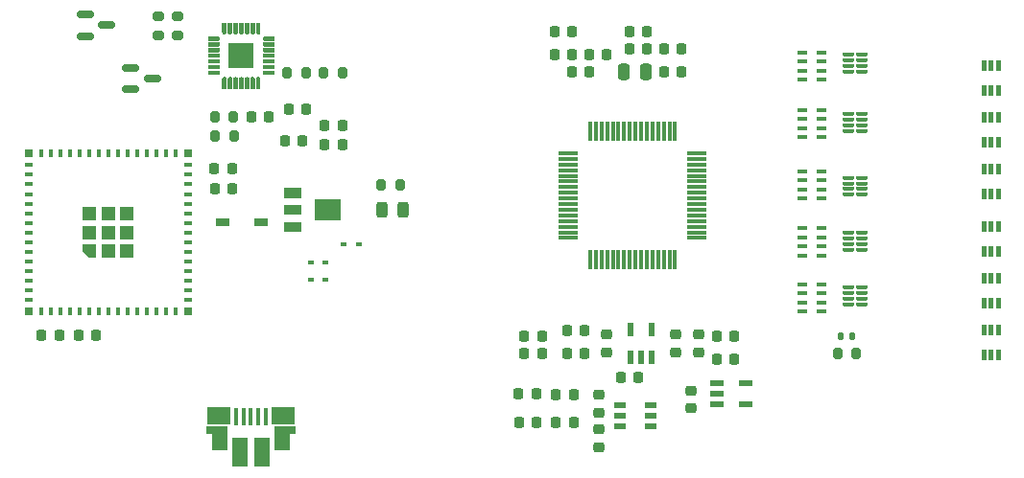
<source format=gbr>
%TF.GenerationSoftware,KiCad,Pcbnew,7.0.2-0*%
%TF.CreationDate,2023-12-13T10:38:07-05:00*%
%TF.ProjectId,Monolith,4d6f6e6f-6c69-4746-982e-6b696361645f,rev?*%
%TF.SameCoordinates,Original*%
%TF.FileFunction,Paste,Top*%
%TF.FilePolarity,Positive*%
%FSLAX46Y46*%
G04 Gerber Fmt 4.6, Leading zero omitted, Abs format (unit mm)*
G04 Created by KiCad (PCBNEW 7.0.2-0) date 2023-12-13 10:38:07*
%MOMM*%
%LPD*%
G01*
G04 APERTURE LIST*
G04 Aperture macros list*
%AMRoundRect*
0 Rectangle with rounded corners*
0 $1 Rounding radius*
0 $2 $3 $4 $5 $6 $7 $8 $9 X,Y pos of 4 corners*
0 Add a 4 corners polygon primitive as box body*
4,1,4,$2,$3,$4,$5,$6,$7,$8,$9,$2,$3,0*
0 Add four circle primitives for the rounded corners*
1,1,$1+$1,$2,$3*
1,1,$1+$1,$4,$5*
1,1,$1+$1,$6,$7*
1,1,$1+$1,$8,$9*
0 Add four rect primitives between the rounded corners*
20,1,$1+$1,$2,$3,$4,$5,0*
20,1,$1+$1,$4,$5,$6,$7,0*
20,1,$1+$1,$6,$7,$8,$9,0*
20,1,$1+$1,$8,$9,$2,$3,0*%
%AMFreePoly0*
4,1,6,0.600000,-0.600000,-0.600000,-0.600000,-0.600000,0.000000,0.000000,0.600000,0.600000,0.600000,0.600000,-0.600000,0.600000,-0.600000,$1*%
G04 Aperture macros list end*
%ADD10C,0.010000*%
%ADD11R,0.950000X0.400000*%
%ADD12RoundRect,0.225000X-0.225000X-0.250000X0.225000X-0.250000X0.225000X0.250000X-0.225000X0.250000X0*%
%ADD13RoundRect,0.225000X0.250000X-0.225000X0.250000X0.225000X-0.250000X0.225000X-0.250000X-0.225000X0*%
%ADD14RoundRect,0.200000X0.275000X-0.200000X0.275000X0.200000X-0.275000X0.200000X-0.275000X-0.200000X0*%
%ADD15RoundRect,0.225000X0.225000X0.250000X-0.225000X0.250000X-0.225000X-0.250000X0.225000X-0.250000X0*%
%ADD16R,0.400000X1.650000*%
%ADD17R,1.825000X0.700000*%
%ADD18R,2.000000X1.500000*%
%ADD19R,1.350000X2.000000*%
%ADD20R,1.430000X2.500000*%
%ADD21RoundRect,0.243750X-0.243750X-0.456250X0.243750X-0.456250X0.243750X0.456250X-0.243750X0.456250X0*%
%ADD22RoundRect,0.200000X-0.200000X-0.275000X0.200000X-0.275000X0.200000X0.275000X-0.200000X0.275000X0*%
%ADD23RoundRect,0.150000X-0.587500X-0.150000X0.587500X-0.150000X0.587500X0.150000X-0.587500X0.150000X0*%
%ADD24RoundRect,0.008100X-0.426900X-0.126900X0.426900X-0.126900X0.426900X0.126900X-0.426900X0.126900X0*%
%ADD25RoundRect,0.008100X0.426900X0.126900X-0.426900X0.126900X-0.426900X-0.126900X0.426900X-0.126900X0*%
%ADD26R,0.480000X0.400000*%
%ADD27RoundRect,0.225000X-0.250000X0.225000X-0.250000X-0.225000X0.250000X-0.225000X0.250000X0.225000X0*%
%ADD28RoundRect,0.200000X0.200000X0.275000X-0.200000X0.275000X-0.200000X-0.275000X0.200000X-0.275000X0*%
%ADD29R,1.000000X0.599999*%
%ADD30RoundRect,0.200000X-0.275000X0.200000X-0.275000X-0.200000X0.275000X-0.200000X0.275000X0.200000X0*%
%ADD31RoundRect,0.088500X0.206500X-0.516500X0.206500X0.516500X-0.206500X0.516500X-0.206500X-0.516500X0*%
%ADD32R,0.400000X0.800000*%
%ADD33R,0.800000X0.400000*%
%ADD34FreePoly0,90.000000*%
%ADD35R,1.200000X1.200000*%
%ADD36R,0.800000X0.800000*%
%ADD37RoundRect,0.041300X-0.583700X-0.253700X0.583700X-0.253700X0.583700X0.253700X-0.583700X0.253700X0*%
%ADD38RoundRect,0.250000X-0.250000X-0.475000X0.250000X-0.475000X0.250000X0.475000X-0.250000X0.475000X0*%
%ADD39RoundRect,0.011200X0.768800X0.128800X-0.768800X0.128800X-0.768800X-0.128800X0.768800X-0.128800X0*%
%ADD40RoundRect,0.011200X-0.128800X0.768800X-0.128800X-0.768800X0.128800X-0.768800X0.128800X0.768800X0*%
%ADD41R,1.210000X0.730000*%
%ADD42RoundRect,0.140000X-0.140000X-0.170000X0.140000X-0.170000X0.140000X0.170000X-0.140000X0.170000X0*%
G04 APERTURE END LIST*
%TO.C,D2*%
D10*
X265077000Y-138009000D02*
X264727000Y-138009000D01*
X264727000Y-137159000D01*
X265077000Y-137159000D01*
X265077000Y-138009000D01*
G36*
X265077000Y-138009000D02*
G01*
X264727000Y-138009000D01*
X264727000Y-137159000D01*
X265077000Y-137159000D01*
X265077000Y-138009000D01*
G37*
X264427000Y-138009000D02*
X264077000Y-138009000D01*
X264077000Y-137159000D01*
X264427000Y-137159000D01*
X264427000Y-138009000D01*
G36*
X264427000Y-138009000D02*
G01*
X264077000Y-138009000D01*
X264077000Y-137159000D01*
X264427000Y-137159000D01*
X264427000Y-138009000D01*
G37*
X263777000Y-138009000D02*
X263427000Y-138009000D01*
X263427000Y-137159000D01*
X263777000Y-137159000D01*
X263777000Y-138009000D01*
G36*
X263777000Y-138009000D02*
G01*
X263427000Y-138009000D01*
X263427000Y-137159000D01*
X263777000Y-137159000D01*
X263777000Y-138009000D01*
G37*
X265077000Y-140209000D02*
X264727000Y-140209000D01*
X264727000Y-139359000D01*
X265077000Y-139359000D01*
X265077000Y-140209000D01*
G36*
X265077000Y-140209000D02*
G01*
X264727000Y-140209000D01*
X264727000Y-139359000D01*
X265077000Y-139359000D01*
X265077000Y-140209000D01*
G37*
X264427000Y-140209000D02*
X264077000Y-140209000D01*
X264077000Y-139359000D01*
X264427000Y-139359000D01*
X264427000Y-140209000D01*
G36*
X264427000Y-140209000D02*
G01*
X264077000Y-140209000D01*
X264077000Y-139359000D01*
X264427000Y-139359000D01*
X264427000Y-140209000D01*
G37*
X263777000Y-140209000D02*
X263427000Y-140209000D01*
X263427000Y-139359000D01*
X263777000Y-139359000D01*
X263777000Y-140209000D01*
G36*
X263777000Y-140209000D02*
G01*
X263427000Y-140209000D01*
X263427000Y-139359000D01*
X263777000Y-139359000D01*
X263777000Y-140209000D01*
G37*
%TO.C,D1*%
X265077000Y-133437000D02*
X264727000Y-133437000D01*
X264727000Y-132587000D01*
X265077000Y-132587000D01*
X265077000Y-133437000D01*
G36*
X265077000Y-133437000D02*
G01*
X264727000Y-133437000D01*
X264727000Y-132587000D01*
X265077000Y-132587000D01*
X265077000Y-133437000D01*
G37*
X264427000Y-133437000D02*
X264077000Y-133437000D01*
X264077000Y-132587000D01*
X264427000Y-132587000D01*
X264427000Y-133437000D01*
G36*
X264427000Y-133437000D02*
G01*
X264077000Y-133437000D01*
X264077000Y-132587000D01*
X264427000Y-132587000D01*
X264427000Y-133437000D01*
G37*
X263777000Y-133437000D02*
X263427000Y-133437000D01*
X263427000Y-132587000D01*
X263777000Y-132587000D01*
X263777000Y-133437000D01*
G36*
X263777000Y-133437000D02*
G01*
X263427000Y-133437000D01*
X263427000Y-132587000D01*
X263777000Y-132587000D01*
X263777000Y-133437000D01*
G37*
X265077000Y-135637000D02*
X264727000Y-135637000D01*
X264727000Y-134787000D01*
X265077000Y-134787000D01*
X265077000Y-135637000D01*
G36*
X265077000Y-135637000D02*
G01*
X264727000Y-135637000D01*
X264727000Y-134787000D01*
X265077000Y-134787000D01*
X265077000Y-135637000D01*
G37*
X264427000Y-135637000D02*
X264077000Y-135637000D01*
X264077000Y-134787000D01*
X264427000Y-134787000D01*
X264427000Y-135637000D01*
G36*
X264427000Y-135637000D02*
G01*
X264077000Y-135637000D01*
X264077000Y-134787000D01*
X264427000Y-134787000D01*
X264427000Y-135637000D01*
G37*
X263777000Y-135637000D02*
X263427000Y-135637000D01*
X263427000Y-134787000D01*
X263777000Y-134787000D01*
X263777000Y-135637000D01*
G36*
X263777000Y-135637000D02*
G01*
X263427000Y-135637000D01*
X263427000Y-134787000D01*
X263777000Y-134787000D01*
X263777000Y-135637000D01*
G37*
%TO.C,D6*%
X265077000Y-128865000D02*
X264727000Y-128865000D01*
X264727000Y-128015000D01*
X265077000Y-128015000D01*
X265077000Y-128865000D01*
G36*
X265077000Y-128865000D02*
G01*
X264727000Y-128865000D01*
X264727000Y-128015000D01*
X265077000Y-128015000D01*
X265077000Y-128865000D01*
G37*
X264427000Y-128865000D02*
X264077000Y-128865000D01*
X264077000Y-128015000D01*
X264427000Y-128015000D01*
X264427000Y-128865000D01*
G36*
X264427000Y-128865000D02*
G01*
X264077000Y-128865000D01*
X264077000Y-128015000D01*
X264427000Y-128015000D01*
X264427000Y-128865000D01*
G37*
X263777000Y-128865000D02*
X263427000Y-128865000D01*
X263427000Y-128015000D01*
X263777000Y-128015000D01*
X263777000Y-128865000D01*
G36*
X263777000Y-128865000D02*
G01*
X263427000Y-128865000D01*
X263427000Y-128015000D01*
X263777000Y-128015000D01*
X263777000Y-128865000D01*
G37*
X265077000Y-131065000D02*
X264727000Y-131065000D01*
X264727000Y-130215000D01*
X265077000Y-130215000D01*
X265077000Y-131065000D01*
G36*
X265077000Y-131065000D02*
G01*
X264727000Y-131065000D01*
X264727000Y-130215000D01*
X265077000Y-130215000D01*
X265077000Y-131065000D01*
G37*
X264427000Y-131065000D02*
X264077000Y-131065000D01*
X264077000Y-130215000D01*
X264427000Y-130215000D01*
X264427000Y-131065000D01*
G36*
X264427000Y-131065000D02*
G01*
X264077000Y-131065000D01*
X264077000Y-130215000D01*
X264427000Y-130215000D01*
X264427000Y-131065000D01*
G37*
X263777000Y-131065000D02*
X263427000Y-131065000D01*
X263427000Y-130215000D01*
X263777000Y-130215000D01*
X263777000Y-131065000D01*
G36*
X263777000Y-131065000D02*
G01*
X263427000Y-131065000D01*
X263427000Y-130215000D01*
X263777000Y-130215000D01*
X263777000Y-131065000D01*
G37*
%TO.C,D5*%
X265077000Y-152233000D02*
X264727000Y-152233000D01*
X264727000Y-151383000D01*
X265077000Y-151383000D01*
X265077000Y-152233000D01*
G36*
X265077000Y-152233000D02*
G01*
X264727000Y-152233000D01*
X264727000Y-151383000D01*
X265077000Y-151383000D01*
X265077000Y-152233000D01*
G37*
X264427000Y-152233000D02*
X264077000Y-152233000D01*
X264077000Y-151383000D01*
X264427000Y-151383000D01*
X264427000Y-152233000D01*
G36*
X264427000Y-152233000D02*
G01*
X264077000Y-152233000D01*
X264077000Y-151383000D01*
X264427000Y-151383000D01*
X264427000Y-152233000D01*
G37*
X263777000Y-152233000D02*
X263427000Y-152233000D01*
X263427000Y-151383000D01*
X263777000Y-151383000D01*
X263777000Y-152233000D01*
G36*
X263777000Y-152233000D02*
G01*
X263427000Y-152233000D01*
X263427000Y-151383000D01*
X263777000Y-151383000D01*
X263777000Y-152233000D01*
G37*
X265077000Y-154433000D02*
X264727000Y-154433000D01*
X264727000Y-153583000D01*
X265077000Y-153583000D01*
X265077000Y-154433000D01*
G36*
X265077000Y-154433000D02*
G01*
X264727000Y-154433000D01*
X264727000Y-153583000D01*
X265077000Y-153583000D01*
X265077000Y-154433000D01*
G37*
X264427000Y-154433000D02*
X264077000Y-154433000D01*
X264077000Y-153583000D01*
X264427000Y-153583000D01*
X264427000Y-154433000D01*
G36*
X264427000Y-154433000D02*
G01*
X264077000Y-154433000D01*
X264077000Y-153583000D01*
X264427000Y-153583000D01*
X264427000Y-154433000D01*
G37*
X263777000Y-154433000D02*
X263427000Y-154433000D01*
X263427000Y-153583000D01*
X263777000Y-153583000D01*
X263777000Y-154433000D01*
G36*
X263777000Y-154433000D02*
G01*
X263427000Y-154433000D01*
X263427000Y-153583000D01*
X263777000Y-153583000D01*
X263777000Y-154433000D01*
G37*
%TO.C,D3*%
X265077000Y-143089000D02*
X264727000Y-143089000D01*
X264727000Y-142239000D01*
X265077000Y-142239000D01*
X265077000Y-143089000D01*
G36*
X265077000Y-143089000D02*
G01*
X264727000Y-143089000D01*
X264727000Y-142239000D01*
X265077000Y-142239000D01*
X265077000Y-143089000D01*
G37*
X264427000Y-143089000D02*
X264077000Y-143089000D01*
X264077000Y-142239000D01*
X264427000Y-142239000D01*
X264427000Y-143089000D01*
G36*
X264427000Y-143089000D02*
G01*
X264077000Y-143089000D01*
X264077000Y-142239000D01*
X264427000Y-142239000D01*
X264427000Y-143089000D01*
G37*
X263777000Y-143089000D02*
X263427000Y-143089000D01*
X263427000Y-142239000D01*
X263777000Y-142239000D01*
X263777000Y-143089000D01*
G36*
X263777000Y-143089000D02*
G01*
X263427000Y-143089000D01*
X263427000Y-142239000D01*
X263777000Y-142239000D01*
X263777000Y-143089000D01*
G37*
X265077000Y-145289000D02*
X264727000Y-145289000D01*
X264727000Y-144439000D01*
X265077000Y-144439000D01*
X265077000Y-145289000D01*
G36*
X265077000Y-145289000D02*
G01*
X264727000Y-145289000D01*
X264727000Y-144439000D01*
X265077000Y-144439000D01*
X265077000Y-145289000D01*
G37*
X264427000Y-145289000D02*
X264077000Y-145289000D01*
X264077000Y-144439000D01*
X264427000Y-144439000D01*
X264427000Y-145289000D01*
G36*
X264427000Y-145289000D02*
G01*
X264077000Y-145289000D01*
X264077000Y-144439000D01*
X264427000Y-144439000D01*
X264427000Y-145289000D01*
G37*
X263777000Y-145289000D02*
X263427000Y-145289000D01*
X263427000Y-144439000D01*
X263777000Y-144439000D01*
X263777000Y-145289000D01*
G36*
X263777000Y-145289000D02*
G01*
X263427000Y-145289000D01*
X263427000Y-144439000D01*
X263777000Y-144439000D01*
X263777000Y-145289000D01*
G37*
%TO.C,U3*%
X199160760Y-128616034D02*
X197042040Y-128616034D01*
X197042040Y-126497314D01*
X199160760Y-126497314D01*
X199160760Y-128616034D01*
G36*
X199160760Y-128616034D02*
G01*
X197042040Y-128616034D01*
X197042040Y-126497314D01*
X199160760Y-126497314D01*
X199160760Y-128616034D01*
G37*
X196617400Y-129482674D02*
X196624400Y-129483674D01*
X196632400Y-129484674D01*
X196640400Y-129486674D01*
X196647400Y-129488674D01*
X196655400Y-129491674D01*
X196662400Y-129494674D01*
X196669400Y-129497674D01*
X196676400Y-129501674D01*
X196683400Y-129505674D01*
X196689400Y-129510674D01*
X196695400Y-129514674D01*
X196701400Y-129520674D01*
X196707400Y-129525674D01*
X196712400Y-129531674D01*
X196718400Y-129537674D01*
X196722400Y-129543674D01*
X196727400Y-129549674D01*
X196731400Y-129556674D01*
X196735400Y-129563674D01*
X196738400Y-129570674D01*
X196741400Y-129577674D01*
X196744400Y-129585674D01*
X196746400Y-129592674D01*
X196748400Y-129600674D01*
X196749400Y-129608674D01*
X196750400Y-129615674D01*
X196751400Y-129623674D01*
X196751400Y-129631674D01*
X196751400Y-130431674D01*
X196451400Y-130431674D01*
X196451400Y-129631674D01*
X196451400Y-129623674D01*
X196452400Y-129615674D01*
X196453400Y-129608674D01*
X196454400Y-129600674D01*
X196456400Y-129592674D01*
X196458400Y-129585674D01*
X196461400Y-129577674D01*
X196464400Y-129570674D01*
X196467400Y-129563674D01*
X196471400Y-129556674D01*
X196475400Y-129549674D01*
X196480400Y-129543674D01*
X196484400Y-129537674D01*
X196490400Y-129531674D01*
X196495400Y-129525674D01*
X196501400Y-129520674D01*
X196507400Y-129514674D01*
X196513400Y-129510674D01*
X196519400Y-129505674D01*
X196526400Y-129501674D01*
X196533400Y-129497674D01*
X196540400Y-129494674D01*
X196547400Y-129491674D01*
X196555400Y-129488674D01*
X196562400Y-129486674D01*
X196570400Y-129484674D01*
X196578400Y-129483674D01*
X196585400Y-129482674D01*
X196593400Y-129481674D01*
X196601400Y-129481674D01*
X196609400Y-129481674D01*
X196617400Y-129482674D01*
G36*
X196617400Y-129482674D02*
G01*
X196624400Y-129483674D01*
X196632400Y-129484674D01*
X196640400Y-129486674D01*
X196647400Y-129488674D01*
X196655400Y-129491674D01*
X196662400Y-129494674D01*
X196669400Y-129497674D01*
X196676400Y-129501674D01*
X196683400Y-129505674D01*
X196689400Y-129510674D01*
X196695400Y-129514674D01*
X196701400Y-129520674D01*
X196707400Y-129525674D01*
X196712400Y-129531674D01*
X196718400Y-129537674D01*
X196722400Y-129543674D01*
X196727400Y-129549674D01*
X196731400Y-129556674D01*
X196735400Y-129563674D01*
X196738400Y-129570674D01*
X196741400Y-129577674D01*
X196744400Y-129585674D01*
X196746400Y-129592674D01*
X196748400Y-129600674D01*
X196749400Y-129608674D01*
X196750400Y-129615674D01*
X196751400Y-129623674D01*
X196751400Y-129631674D01*
X196751400Y-130431674D01*
X196451400Y-130431674D01*
X196451400Y-129631674D01*
X196451400Y-129623674D01*
X196452400Y-129615674D01*
X196453400Y-129608674D01*
X196454400Y-129600674D01*
X196456400Y-129592674D01*
X196458400Y-129585674D01*
X196461400Y-129577674D01*
X196464400Y-129570674D01*
X196467400Y-129563674D01*
X196471400Y-129556674D01*
X196475400Y-129549674D01*
X196480400Y-129543674D01*
X196484400Y-129537674D01*
X196490400Y-129531674D01*
X196495400Y-129525674D01*
X196501400Y-129520674D01*
X196507400Y-129514674D01*
X196513400Y-129510674D01*
X196519400Y-129505674D01*
X196526400Y-129501674D01*
X196533400Y-129497674D01*
X196540400Y-129494674D01*
X196547400Y-129491674D01*
X196555400Y-129488674D01*
X196562400Y-129486674D01*
X196570400Y-129484674D01*
X196578400Y-129483674D01*
X196585400Y-129482674D01*
X196593400Y-129481674D01*
X196601400Y-129481674D01*
X196609400Y-129481674D01*
X196617400Y-129482674D01*
G37*
X197117400Y-129482674D02*
X197124400Y-129483674D01*
X197132400Y-129484674D01*
X197140400Y-129486674D01*
X197147400Y-129488674D01*
X197155400Y-129491674D01*
X197162400Y-129494674D01*
X197169400Y-129497674D01*
X197176400Y-129501674D01*
X197183400Y-129505674D01*
X197189400Y-129510674D01*
X197195400Y-129514674D01*
X197201400Y-129520674D01*
X197207400Y-129525674D01*
X197212400Y-129531674D01*
X197218400Y-129537674D01*
X197222400Y-129543674D01*
X197227400Y-129549674D01*
X197231400Y-129556674D01*
X197235400Y-129563674D01*
X197238400Y-129570674D01*
X197241400Y-129577674D01*
X197244400Y-129585674D01*
X197246400Y-129592674D01*
X197248400Y-129600674D01*
X197249400Y-129608674D01*
X197250400Y-129615674D01*
X197251400Y-129623674D01*
X197251400Y-129631674D01*
X197251400Y-130431674D01*
X196951400Y-130431674D01*
X196951400Y-129631674D01*
X196951400Y-129623674D01*
X196952400Y-129615674D01*
X196953400Y-129608674D01*
X196954400Y-129600674D01*
X196956400Y-129592674D01*
X196958400Y-129585674D01*
X196961400Y-129577674D01*
X196964400Y-129570674D01*
X196967400Y-129563674D01*
X196971400Y-129556674D01*
X196975400Y-129549674D01*
X196980400Y-129543674D01*
X196984400Y-129537674D01*
X196990400Y-129531674D01*
X196995400Y-129525674D01*
X197001400Y-129520674D01*
X197007400Y-129514674D01*
X197013400Y-129510674D01*
X197019400Y-129505674D01*
X197026400Y-129501674D01*
X197033400Y-129497674D01*
X197040400Y-129494674D01*
X197047400Y-129491674D01*
X197055400Y-129488674D01*
X197062400Y-129486674D01*
X197070400Y-129484674D01*
X197078400Y-129483674D01*
X197085400Y-129482674D01*
X197093400Y-129481674D01*
X197101400Y-129481674D01*
X197109400Y-129481674D01*
X197117400Y-129482674D01*
G36*
X197117400Y-129482674D02*
G01*
X197124400Y-129483674D01*
X197132400Y-129484674D01*
X197140400Y-129486674D01*
X197147400Y-129488674D01*
X197155400Y-129491674D01*
X197162400Y-129494674D01*
X197169400Y-129497674D01*
X197176400Y-129501674D01*
X197183400Y-129505674D01*
X197189400Y-129510674D01*
X197195400Y-129514674D01*
X197201400Y-129520674D01*
X197207400Y-129525674D01*
X197212400Y-129531674D01*
X197218400Y-129537674D01*
X197222400Y-129543674D01*
X197227400Y-129549674D01*
X197231400Y-129556674D01*
X197235400Y-129563674D01*
X197238400Y-129570674D01*
X197241400Y-129577674D01*
X197244400Y-129585674D01*
X197246400Y-129592674D01*
X197248400Y-129600674D01*
X197249400Y-129608674D01*
X197250400Y-129615674D01*
X197251400Y-129623674D01*
X197251400Y-129631674D01*
X197251400Y-130431674D01*
X196951400Y-130431674D01*
X196951400Y-129631674D01*
X196951400Y-129623674D01*
X196952400Y-129615674D01*
X196953400Y-129608674D01*
X196954400Y-129600674D01*
X196956400Y-129592674D01*
X196958400Y-129585674D01*
X196961400Y-129577674D01*
X196964400Y-129570674D01*
X196967400Y-129563674D01*
X196971400Y-129556674D01*
X196975400Y-129549674D01*
X196980400Y-129543674D01*
X196984400Y-129537674D01*
X196990400Y-129531674D01*
X196995400Y-129525674D01*
X197001400Y-129520674D01*
X197007400Y-129514674D01*
X197013400Y-129510674D01*
X197019400Y-129505674D01*
X197026400Y-129501674D01*
X197033400Y-129497674D01*
X197040400Y-129494674D01*
X197047400Y-129491674D01*
X197055400Y-129488674D01*
X197062400Y-129486674D01*
X197070400Y-129484674D01*
X197078400Y-129483674D01*
X197085400Y-129482674D01*
X197093400Y-129481674D01*
X197101400Y-129481674D01*
X197109400Y-129481674D01*
X197117400Y-129482674D01*
G37*
X197617400Y-129482674D02*
X197624400Y-129483674D01*
X197632400Y-129484674D01*
X197640400Y-129486674D01*
X197647400Y-129488674D01*
X197655400Y-129491674D01*
X197662400Y-129494674D01*
X197669400Y-129497674D01*
X197676400Y-129501674D01*
X197683400Y-129505674D01*
X197689400Y-129510674D01*
X197695400Y-129514674D01*
X197701400Y-129520674D01*
X197707400Y-129525674D01*
X197712400Y-129531674D01*
X197718400Y-129537674D01*
X197722400Y-129543674D01*
X197727400Y-129549674D01*
X197731400Y-129556674D01*
X197735400Y-129563674D01*
X197738400Y-129570674D01*
X197741400Y-129577674D01*
X197744400Y-129585674D01*
X197746400Y-129592674D01*
X197748400Y-129600674D01*
X197749400Y-129608674D01*
X197750400Y-129615674D01*
X197751400Y-129623674D01*
X197751400Y-129631674D01*
X197751400Y-130431674D01*
X197451400Y-130431674D01*
X197451400Y-129631674D01*
X197451400Y-129623674D01*
X197452400Y-129615674D01*
X197453400Y-129608674D01*
X197454400Y-129600674D01*
X197456400Y-129592674D01*
X197458400Y-129585674D01*
X197461400Y-129577674D01*
X197464400Y-129570674D01*
X197467400Y-129563674D01*
X197471400Y-129556674D01*
X197475400Y-129549674D01*
X197480400Y-129543674D01*
X197484400Y-129537674D01*
X197490400Y-129531674D01*
X197495400Y-129525674D01*
X197501400Y-129520674D01*
X197507400Y-129514674D01*
X197513400Y-129510674D01*
X197519400Y-129505674D01*
X197526400Y-129501674D01*
X197533400Y-129497674D01*
X197540400Y-129494674D01*
X197547400Y-129491674D01*
X197555400Y-129488674D01*
X197562400Y-129486674D01*
X197570400Y-129484674D01*
X197578400Y-129483674D01*
X197585400Y-129482674D01*
X197593400Y-129481674D01*
X197601400Y-129481674D01*
X197609400Y-129481674D01*
X197617400Y-129482674D01*
G36*
X197617400Y-129482674D02*
G01*
X197624400Y-129483674D01*
X197632400Y-129484674D01*
X197640400Y-129486674D01*
X197647400Y-129488674D01*
X197655400Y-129491674D01*
X197662400Y-129494674D01*
X197669400Y-129497674D01*
X197676400Y-129501674D01*
X197683400Y-129505674D01*
X197689400Y-129510674D01*
X197695400Y-129514674D01*
X197701400Y-129520674D01*
X197707400Y-129525674D01*
X197712400Y-129531674D01*
X197718400Y-129537674D01*
X197722400Y-129543674D01*
X197727400Y-129549674D01*
X197731400Y-129556674D01*
X197735400Y-129563674D01*
X197738400Y-129570674D01*
X197741400Y-129577674D01*
X197744400Y-129585674D01*
X197746400Y-129592674D01*
X197748400Y-129600674D01*
X197749400Y-129608674D01*
X197750400Y-129615674D01*
X197751400Y-129623674D01*
X197751400Y-129631674D01*
X197751400Y-130431674D01*
X197451400Y-130431674D01*
X197451400Y-129631674D01*
X197451400Y-129623674D01*
X197452400Y-129615674D01*
X197453400Y-129608674D01*
X197454400Y-129600674D01*
X197456400Y-129592674D01*
X197458400Y-129585674D01*
X197461400Y-129577674D01*
X197464400Y-129570674D01*
X197467400Y-129563674D01*
X197471400Y-129556674D01*
X197475400Y-129549674D01*
X197480400Y-129543674D01*
X197484400Y-129537674D01*
X197490400Y-129531674D01*
X197495400Y-129525674D01*
X197501400Y-129520674D01*
X197507400Y-129514674D01*
X197513400Y-129510674D01*
X197519400Y-129505674D01*
X197526400Y-129501674D01*
X197533400Y-129497674D01*
X197540400Y-129494674D01*
X197547400Y-129491674D01*
X197555400Y-129488674D01*
X197562400Y-129486674D01*
X197570400Y-129484674D01*
X197578400Y-129483674D01*
X197585400Y-129482674D01*
X197593400Y-129481674D01*
X197601400Y-129481674D01*
X197609400Y-129481674D01*
X197617400Y-129482674D01*
G37*
X198117400Y-129482674D02*
X198124400Y-129483674D01*
X198132400Y-129484674D01*
X198140400Y-129486674D01*
X198147400Y-129488674D01*
X198155400Y-129491674D01*
X198162400Y-129494674D01*
X198169400Y-129497674D01*
X198176400Y-129501674D01*
X198183400Y-129505674D01*
X198189400Y-129510674D01*
X198195400Y-129514674D01*
X198201400Y-129520674D01*
X198207400Y-129525674D01*
X198212400Y-129531674D01*
X198218400Y-129537674D01*
X198222400Y-129543674D01*
X198227400Y-129549674D01*
X198231400Y-129556674D01*
X198235400Y-129563674D01*
X198238400Y-129570674D01*
X198241400Y-129577674D01*
X198244400Y-129585674D01*
X198246400Y-129592674D01*
X198248400Y-129600674D01*
X198249400Y-129608674D01*
X198250400Y-129615674D01*
X198251400Y-129623674D01*
X198251400Y-129631674D01*
X198251400Y-130431674D01*
X197951400Y-130431674D01*
X197951400Y-129631674D01*
X197951400Y-129623674D01*
X197952400Y-129615674D01*
X197953400Y-129608674D01*
X197954400Y-129600674D01*
X197956400Y-129592674D01*
X197958400Y-129585674D01*
X197961400Y-129577674D01*
X197964400Y-129570674D01*
X197967400Y-129563674D01*
X197971400Y-129556674D01*
X197975400Y-129549674D01*
X197980400Y-129543674D01*
X197984400Y-129537674D01*
X197990400Y-129531674D01*
X197995400Y-129525674D01*
X198001400Y-129520674D01*
X198007400Y-129514674D01*
X198013400Y-129510674D01*
X198019400Y-129505674D01*
X198026400Y-129501674D01*
X198033400Y-129497674D01*
X198040400Y-129494674D01*
X198047400Y-129491674D01*
X198055400Y-129488674D01*
X198062400Y-129486674D01*
X198070400Y-129484674D01*
X198078400Y-129483674D01*
X198085400Y-129482674D01*
X198093400Y-129481674D01*
X198101400Y-129481674D01*
X198109400Y-129481674D01*
X198117400Y-129482674D01*
G36*
X198117400Y-129482674D02*
G01*
X198124400Y-129483674D01*
X198132400Y-129484674D01*
X198140400Y-129486674D01*
X198147400Y-129488674D01*
X198155400Y-129491674D01*
X198162400Y-129494674D01*
X198169400Y-129497674D01*
X198176400Y-129501674D01*
X198183400Y-129505674D01*
X198189400Y-129510674D01*
X198195400Y-129514674D01*
X198201400Y-129520674D01*
X198207400Y-129525674D01*
X198212400Y-129531674D01*
X198218400Y-129537674D01*
X198222400Y-129543674D01*
X198227400Y-129549674D01*
X198231400Y-129556674D01*
X198235400Y-129563674D01*
X198238400Y-129570674D01*
X198241400Y-129577674D01*
X198244400Y-129585674D01*
X198246400Y-129592674D01*
X198248400Y-129600674D01*
X198249400Y-129608674D01*
X198250400Y-129615674D01*
X198251400Y-129623674D01*
X198251400Y-129631674D01*
X198251400Y-130431674D01*
X197951400Y-130431674D01*
X197951400Y-129631674D01*
X197951400Y-129623674D01*
X197952400Y-129615674D01*
X197953400Y-129608674D01*
X197954400Y-129600674D01*
X197956400Y-129592674D01*
X197958400Y-129585674D01*
X197961400Y-129577674D01*
X197964400Y-129570674D01*
X197967400Y-129563674D01*
X197971400Y-129556674D01*
X197975400Y-129549674D01*
X197980400Y-129543674D01*
X197984400Y-129537674D01*
X197990400Y-129531674D01*
X197995400Y-129525674D01*
X198001400Y-129520674D01*
X198007400Y-129514674D01*
X198013400Y-129510674D01*
X198019400Y-129505674D01*
X198026400Y-129501674D01*
X198033400Y-129497674D01*
X198040400Y-129494674D01*
X198047400Y-129491674D01*
X198055400Y-129488674D01*
X198062400Y-129486674D01*
X198070400Y-129484674D01*
X198078400Y-129483674D01*
X198085400Y-129482674D01*
X198093400Y-129481674D01*
X198101400Y-129481674D01*
X198109400Y-129481674D01*
X198117400Y-129482674D01*
G37*
X198617400Y-129482674D02*
X198624400Y-129483674D01*
X198632400Y-129484674D01*
X198640400Y-129486674D01*
X198647400Y-129488674D01*
X198655400Y-129491674D01*
X198662400Y-129494674D01*
X198669400Y-129497674D01*
X198676400Y-129501674D01*
X198683400Y-129505674D01*
X198689400Y-129510674D01*
X198695400Y-129514674D01*
X198701400Y-129520674D01*
X198707400Y-129525674D01*
X198712400Y-129531674D01*
X198718400Y-129537674D01*
X198722400Y-129543674D01*
X198727400Y-129549674D01*
X198731400Y-129556674D01*
X198735400Y-129563674D01*
X198738400Y-129570674D01*
X198741400Y-129577674D01*
X198744400Y-129585674D01*
X198746400Y-129592674D01*
X198748400Y-129600674D01*
X198749400Y-129608674D01*
X198750400Y-129615674D01*
X198751400Y-129623674D01*
X198751400Y-129631674D01*
X198751400Y-130431674D01*
X198451400Y-130431674D01*
X198451400Y-129631674D01*
X198451400Y-129623674D01*
X198452400Y-129615674D01*
X198453400Y-129608674D01*
X198454400Y-129600674D01*
X198456400Y-129592674D01*
X198458400Y-129585674D01*
X198461400Y-129577674D01*
X198464400Y-129570674D01*
X198467400Y-129563674D01*
X198471400Y-129556674D01*
X198475400Y-129549674D01*
X198480400Y-129543674D01*
X198484400Y-129537674D01*
X198490400Y-129531674D01*
X198495400Y-129525674D01*
X198501400Y-129520674D01*
X198507400Y-129514674D01*
X198513400Y-129510674D01*
X198519400Y-129505674D01*
X198526400Y-129501674D01*
X198533400Y-129497674D01*
X198540400Y-129494674D01*
X198547400Y-129491674D01*
X198555400Y-129488674D01*
X198562400Y-129486674D01*
X198570400Y-129484674D01*
X198578400Y-129483674D01*
X198585400Y-129482674D01*
X198593400Y-129481674D01*
X198601400Y-129481674D01*
X198609400Y-129481674D01*
X198617400Y-129482674D01*
G36*
X198617400Y-129482674D02*
G01*
X198624400Y-129483674D01*
X198632400Y-129484674D01*
X198640400Y-129486674D01*
X198647400Y-129488674D01*
X198655400Y-129491674D01*
X198662400Y-129494674D01*
X198669400Y-129497674D01*
X198676400Y-129501674D01*
X198683400Y-129505674D01*
X198689400Y-129510674D01*
X198695400Y-129514674D01*
X198701400Y-129520674D01*
X198707400Y-129525674D01*
X198712400Y-129531674D01*
X198718400Y-129537674D01*
X198722400Y-129543674D01*
X198727400Y-129549674D01*
X198731400Y-129556674D01*
X198735400Y-129563674D01*
X198738400Y-129570674D01*
X198741400Y-129577674D01*
X198744400Y-129585674D01*
X198746400Y-129592674D01*
X198748400Y-129600674D01*
X198749400Y-129608674D01*
X198750400Y-129615674D01*
X198751400Y-129623674D01*
X198751400Y-129631674D01*
X198751400Y-130431674D01*
X198451400Y-130431674D01*
X198451400Y-129631674D01*
X198451400Y-129623674D01*
X198452400Y-129615674D01*
X198453400Y-129608674D01*
X198454400Y-129600674D01*
X198456400Y-129592674D01*
X198458400Y-129585674D01*
X198461400Y-129577674D01*
X198464400Y-129570674D01*
X198467400Y-129563674D01*
X198471400Y-129556674D01*
X198475400Y-129549674D01*
X198480400Y-129543674D01*
X198484400Y-129537674D01*
X198490400Y-129531674D01*
X198495400Y-129525674D01*
X198501400Y-129520674D01*
X198507400Y-129514674D01*
X198513400Y-129510674D01*
X198519400Y-129505674D01*
X198526400Y-129501674D01*
X198533400Y-129497674D01*
X198540400Y-129494674D01*
X198547400Y-129491674D01*
X198555400Y-129488674D01*
X198562400Y-129486674D01*
X198570400Y-129484674D01*
X198578400Y-129483674D01*
X198585400Y-129482674D01*
X198593400Y-129481674D01*
X198601400Y-129481674D01*
X198609400Y-129481674D01*
X198617400Y-129482674D01*
G37*
X199117400Y-129482674D02*
X199124400Y-129483674D01*
X199132400Y-129484674D01*
X199140400Y-129486674D01*
X199147400Y-129488674D01*
X199155400Y-129491674D01*
X199162400Y-129494674D01*
X199169400Y-129497674D01*
X199176400Y-129501674D01*
X199183400Y-129505674D01*
X199189400Y-129510674D01*
X199195400Y-129514674D01*
X199201400Y-129520674D01*
X199207400Y-129525674D01*
X199212400Y-129531674D01*
X199218400Y-129537674D01*
X199222400Y-129543674D01*
X199227400Y-129549674D01*
X199231400Y-129556674D01*
X199235400Y-129563674D01*
X199238400Y-129570674D01*
X199241400Y-129577674D01*
X199244400Y-129585674D01*
X199246400Y-129592674D01*
X199248400Y-129600674D01*
X199249400Y-129608674D01*
X199250400Y-129615674D01*
X199251400Y-129623674D01*
X199251400Y-129631674D01*
X199251400Y-130431674D01*
X198951400Y-130431674D01*
X198951400Y-129631674D01*
X198951400Y-129623674D01*
X198952400Y-129615674D01*
X198953400Y-129608674D01*
X198954400Y-129600674D01*
X198956400Y-129592674D01*
X198958400Y-129585674D01*
X198961400Y-129577674D01*
X198964400Y-129570674D01*
X198967400Y-129563674D01*
X198971400Y-129556674D01*
X198975400Y-129549674D01*
X198980400Y-129543674D01*
X198984400Y-129537674D01*
X198990400Y-129531674D01*
X198995400Y-129525674D01*
X199001400Y-129520674D01*
X199007400Y-129514674D01*
X199013400Y-129510674D01*
X199019400Y-129505674D01*
X199026400Y-129501674D01*
X199033400Y-129497674D01*
X199040400Y-129494674D01*
X199047400Y-129491674D01*
X199055400Y-129488674D01*
X199062400Y-129486674D01*
X199070400Y-129484674D01*
X199078400Y-129483674D01*
X199085400Y-129482674D01*
X199093400Y-129481674D01*
X199101400Y-129481674D01*
X199109400Y-129481674D01*
X199117400Y-129482674D01*
G36*
X199117400Y-129482674D02*
G01*
X199124400Y-129483674D01*
X199132400Y-129484674D01*
X199140400Y-129486674D01*
X199147400Y-129488674D01*
X199155400Y-129491674D01*
X199162400Y-129494674D01*
X199169400Y-129497674D01*
X199176400Y-129501674D01*
X199183400Y-129505674D01*
X199189400Y-129510674D01*
X199195400Y-129514674D01*
X199201400Y-129520674D01*
X199207400Y-129525674D01*
X199212400Y-129531674D01*
X199218400Y-129537674D01*
X199222400Y-129543674D01*
X199227400Y-129549674D01*
X199231400Y-129556674D01*
X199235400Y-129563674D01*
X199238400Y-129570674D01*
X199241400Y-129577674D01*
X199244400Y-129585674D01*
X199246400Y-129592674D01*
X199248400Y-129600674D01*
X199249400Y-129608674D01*
X199250400Y-129615674D01*
X199251400Y-129623674D01*
X199251400Y-129631674D01*
X199251400Y-130431674D01*
X198951400Y-130431674D01*
X198951400Y-129631674D01*
X198951400Y-129623674D01*
X198952400Y-129615674D01*
X198953400Y-129608674D01*
X198954400Y-129600674D01*
X198956400Y-129592674D01*
X198958400Y-129585674D01*
X198961400Y-129577674D01*
X198964400Y-129570674D01*
X198967400Y-129563674D01*
X198971400Y-129556674D01*
X198975400Y-129549674D01*
X198980400Y-129543674D01*
X198984400Y-129537674D01*
X198990400Y-129531674D01*
X198995400Y-129525674D01*
X199001400Y-129520674D01*
X199007400Y-129514674D01*
X199013400Y-129510674D01*
X199019400Y-129505674D01*
X199026400Y-129501674D01*
X199033400Y-129497674D01*
X199040400Y-129494674D01*
X199047400Y-129491674D01*
X199055400Y-129488674D01*
X199062400Y-129486674D01*
X199070400Y-129484674D01*
X199078400Y-129483674D01*
X199085400Y-129482674D01*
X199093400Y-129481674D01*
X199101400Y-129481674D01*
X199109400Y-129481674D01*
X199117400Y-129482674D01*
G37*
X199617400Y-129482674D02*
X199624400Y-129483674D01*
X199632400Y-129484674D01*
X199640400Y-129486674D01*
X199647400Y-129488674D01*
X199655400Y-129491674D01*
X199662400Y-129494674D01*
X199669400Y-129497674D01*
X199676400Y-129501674D01*
X199683400Y-129505674D01*
X199689400Y-129510674D01*
X199695400Y-129514674D01*
X199701400Y-129520674D01*
X199707400Y-129525674D01*
X199712400Y-129531674D01*
X199718400Y-129537674D01*
X199722400Y-129543674D01*
X199727400Y-129549674D01*
X199731400Y-129556674D01*
X199735400Y-129563674D01*
X199738400Y-129570674D01*
X199741400Y-129577674D01*
X199744400Y-129585674D01*
X199746400Y-129592674D01*
X199748400Y-129600674D01*
X199749400Y-129608674D01*
X199750400Y-129615674D01*
X199751400Y-129623674D01*
X199751400Y-129631674D01*
X199751400Y-130431674D01*
X199451400Y-130431674D01*
X199451400Y-129631674D01*
X199451400Y-129623674D01*
X199452400Y-129615674D01*
X199453400Y-129608674D01*
X199454400Y-129600674D01*
X199456400Y-129592674D01*
X199458400Y-129585674D01*
X199461400Y-129577674D01*
X199464400Y-129570674D01*
X199467400Y-129563674D01*
X199471400Y-129556674D01*
X199475400Y-129549674D01*
X199480400Y-129543674D01*
X199484400Y-129537674D01*
X199490400Y-129531674D01*
X199495400Y-129525674D01*
X199501400Y-129520674D01*
X199507400Y-129514674D01*
X199513400Y-129510674D01*
X199519400Y-129505674D01*
X199526400Y-129501674D01*
X199533400Y-129497674D01*
X199540400Y-129494674D01*
X199547400Y-129491674D01*
X199555400Y-129488674D01*
X199562400Y-129486674D01*
X199570400Y-129484674D01*
X199578400Y-129483674D01*
X199585400Y-129482674D01*
X199593400Y-129481674D01*
X199601400Y-129481674D01*
X199609400Y-129481674D01*
X199617400Y-129482674D01*
G36*
X199617400Y-129482674D02*
G01*
X199624400Y-129483674D01*
X199632400Y-129484674D01*
X199640400Y-129486674D01*
X199647400Y-129488674D01*
X199655400Y-129491674D01*
X199662400Y-129494674D01*
X199669400Y-129497674D01*
X199676400Y-129501674D01*
X199683400Y-129505674D01*
X199689400Y-129510674D01*
X199695400Y-129514674D01*
X199701400Y-129520674D01*
X199707400Y-129525674D01*
X199712400Y-129531674D01*
X199718400Y-129537674D01*
X199722400Y-129543674D01*
X199727400Y-129549674D01*
X199731400Y-129556674D01*
X199735400Y-129563674D01*
X199738400Y-129570674D01*
X199741400Y-129577674D01*
X199744400Y-129585674D01*
X199746400Y-129592674D01*
X199748400Y-129600674D01*
X199749400Y-129608674D01*
X199750400Y-129615674D01*
X199751400Y-129623674D01*
X199751400Y-129631674D01*
X199751400Y-130431674D01*
X199451400Y-130431674D01*
X199451400Y-129631674D01*
X199451400Y-129623674D01*
X199452400Y-129615674D01*
X199453400Y-129608674D01*
X199454400Y-129600674D01*
X199456400Y-129592674D01*
X199458400Y-129585674D01*
X199461400Y-129577674D01*
X199464400Y-129570674D01*
X199467400Y-129563674D01*
X199471400Y-129556674D01*
X199475400Y-129549674D01*
X199480400Y-129543674D01*
X199484400Y-129537674D01*
X199490400Y-129531674D01*
X199495400Y-129525674D01*
X199501400Y-129520674D01*
X199507400Y-129514674D01*
X199513400Y-129510674D01*
X199519400Y-129505674D01*
X199526400Y-129501674D01*
X199533400Y-129497674D01*
X199540400Y-129494674D01*
X199547400Y-129491674D01*
X199555400Y-129488674D01*
X199562400Y-129486674D01*
X199570400Y-129484674D01*
X199578400Y-129483674D01*
X199585400Y-129482674D01*
X199593400Y-129481674D01*
X199601400Y-129481674D01*
X199609400Y-129481674D01*
X199617400Y-129482674D01*
G37*
X200976400Y-129206674D02*
X200176400Y-129206674D01*
X200168400Y-129206674D01*
X200160400Y-129205674D01*
X200153400Y-129204674D01*
X200145400Y-129203674D01*
X200137400Y-129201674D01*
X200130400Y-129199674D01*
X200122400Y-129196674D01*
X200115400Y-129193674D01*
X200108400Y-129190674D01*
X200101400Y-129186674D01*
X200094400Y-129182674D01*
X200088400Y-129177674D01*
X200082400Y-129173674D01*
X200076400Y-129167674D01*
X200070400Y-129162674D01*
X200065400Y-129156674D01*
X200059400Y-129150674D01*
X200055400Y-129144674D01*
X200050400Y-129138674D01*
X200046400Y-129131674D01*
X200042400Y-129124674D01*
X200039400Y-129117674D01*
X200036400Y-129110674D01*
X200033400Y-129102674D01*
X200031400Y-129095674D01*
X200029400Y-129087674D01*
X200028400Y-129079674D01*
X200027400Y-129072674D01*
X200026400Y-129064674D01*
X200026400Y-129056674D01*
X200026400Y-129048674D01*
X200027400Y-129040674D01*
X200028400Y-129033674D01*
X200029400Y-129025674D01*
X200031400Y-129017674D01*
X200033400Y-129010674D01*
X200036400Y-129002674D01*
X200039400Y-128995674D01*
X200042400Y-128988674D01*
X200046400Y-128981674D01*
X200050400Y-128974674D01*
X200055400Y-128968674D01*
X200059400Y-128962674D01*
X200065400Y-128956674D01*
X200070400Y-128950674D01*
X200076400Y-128945674D01*
X200082400Y-128939674D01*
X200088400Y-128935674D01*
X200094400Y-128930674D01*
X200101400Y-128926674D01*
X200108400Y-128922674D01*
X200115400Y-128919674D01*
X200122400Y-128916674D01*
X200130400Y-128913674D01*
X200137400Y-128911674D01*
X200145400Y-128909674D01*
X200153400Y-128908674D01*
X200160400Y-128907674D01*
X200168400Y-128906674D01*
X200176400Y-128906674D01*
X200976400Y-128906674D01*
X200976400Y-129206674D01*
G36*
X200976400Y-129206674D02*
G01*
X200176400Y-129206674D01*
X200168400Y-129206674D01*
X200160400Y-129205674D01*
X200153400Y-129204674D01*
X200145400Y-129203674D01*
X200137400Y-129201674D01*
X200130400Y-129199674D01*
X200122400Y-129196674D01*
X200115400Y-129193674D01*
X200108400Y-129190674D01*
X200101400Y-129186674D01*
X200094400Y-129182674D01*
X200088400Y-129177674D01*
X200082400Y-129173674D01*
X200076400Y-129167674D01*
X200070400Y-129162674D01*
X200065400Y-129156674D01*
X200059400Y-129150674D01*
X200055400Y-129144674D01*
X200050400Y-129138674D01*
X200046400Y-129131674D01*
X200042400Y-129124674D01*
X200039400Y-129117674D01*
X200036400Y-129110674D01*
X200033400Y-129102674D01*
X200031400Y-129095674D01*
X200029400Y-129087674D01*
X200028400Y-129079674D01*
X200027400Y-129072674D01*
X200026400Y-129064674D01*
X200026400Y-129056674D01*
X200026400Y-129048674D01*
X200027400Y-129040674D01*
X200028400Y-129033674D01*
X200029400Y-129025674D01*
X200031400Y-129017674D01*
X200033400Y-129010674D01*
X200036400Y-129002674D01*
X200039400Y-128995674D01*
X200042400Y-128988674D01*
X200046400Y-128981674D01*
X200050400Y-128974674D01*
X200055400Y-128968674D01*
X200059400Y-128962674D01*
X200065400Y-128956674D01*
X200070400Y-128950674D01*
X200076400Y-128945674D01*
X200082400Y-128939674D01*
X200088400Y-128935674D01*
X200094400Y-128930674D01*
X200101400Y-128926674D01*
X200108400Y-128922674D01*
X200115400Y-128919674D01*
X200122400Y-128916674D01*
X200130400Y-128913674D01*
X200137400Y-128911674D01*
X200145400Y-128909674D01*
X200153400Y-128908674D01*
X200160400Y-128907674D01*
X200168400Y-128906674D01*
X200176400Y-128906674D01*
X200976400Y-128906674D01*
X200976400Y-129206674D01*
G37*
X196042400Y-128907674D02*
X196049400Y-128908674D01*
X196057400Y-128909674D01*
X196065400Y-128911674D01*
X196072400Y-128913674D01*
X196080400Y-128916674D01*
X196087400Y-128919674D01*
X196094400Y-128922674D01*
X196101400Y-128926674D01*
X196108400Y-128930674D01*
X196114400Y-128935674D01*
X196120400Y-128939674D01*
X196126400Y-128945674D01*
X196132400Y-128950674D01*
X196137400Y-128956674D01*
X196143400Y-128962674D01*
X196147400Y-128968674D01*
X196152400Y-128974674D01*
X196156400Y-128981674D01*
X196160400Y-128988674D01*
X196163400Y-128995674D01*
X196166400Y-129002674D01*
X196169400Y-129010674D01*
X196171400Y-129017674D01*
X196173400Y-129025674D01*
X196174400Y-129033674D01*
X196175400Y-129040674D01*
X196176400Y-129048674D01*
X196176400Y-129056674D01*
X196176400Y-129064674D01*
X196175400Y-129072674D01*
X196174400Y-129079674D01*
X196173400Y-129087674D01*
X196171400Y-129095674D01*
X196169400Y-129102674D01*
X196166400Y-129110674D01*
X196163400Y-129117674D01*
X196160400Y-129124674D01*
X196156400Y-129131674D01*
X196152400Y-129138674D01*
X196147400Y-129144674D01*
X196143400Y-129150674D01*
X196137400Y-129156674D01*
X196132400Y-129162674D01*
X196126400Y-129167674D01*
X196120400Y-129173674D01*
X196114400Y-129177674D01*
X196108400Y-129182674D01*
X196101400Y-129186674D01*
X196094400Y-129190674D01*
X196087400Y-129193674D01*
X196080400Y-129196674D01*
X196072400Y-129199674D01*
X196065400Y-129201674D01*
X196057400Y-129203674D01*
X196049400Y-129204674D01*
X196042400Y-129205674D01*
X196034400Y-129206674D01*
X196026400Y-129206674D01*
X195226400Y-129206674D01*
X195226400Y-128906674D01*
X196026400Y-128906674D01*
X196034400Y-128906674D01*
X196042400Y-128907674D01*
G36*
X196042400Y-128907674D02*
G01*
X196049400Y-128908674D01*
X196057400Y-128909674D01*
X196065400Y-128911674D01*
X196072400Y-128913674D01*
X196080400Y-128916674D01*
X196087400Y-128919674D01*
X196094400Y-128922674D01*
X196101400Y-128926674D01*
X196108400Y-128930674D01*
X196114400Y-128935674D01*
X196120400Y-128939674D01*
X196126400Y-128945674D01*
X196132400Y-128950674D01*
X196137400Y-128956674D01*
X196143400Y-128962674D01*
X196147400Y-128968674D01*
X196152400Y-128974674D01*
X196156400Y-128981674D01*
X196160400Y-128988674D01*
X196163400Y-128995674D01*
X196166400Y-129002674D01*
X196169400Y-129010674D01*
X196171400Y-129017674D01*
X196173400Y-129025674D01*
X196174400Y-129033674D01*
X196175400Y-129040674D01*
X196176400Y-129048674D01*
X196176400Y-129056674D01*
X196176400Y-129064674D01*
X196175400Y-129072674D01*
X196174400Y-129079674D01*
X196173400Y-129087674D01*
X196171400Y-129095674D01*
X196169400Y-129102674D01*
X196166400Y-129110674D01*
X196163400Y-129117674D01*
X196160400Y-129124674D01*
X196156400Y-129131674D01*
X196152400Y-129138674D01*
X196147400Y-129144674D01*
X196143400Y-129150674D01*
X196137400Y-129156674D01*
X196132400Y-129162674D01*
X196126400Y-129167674D01*
X196120400Y-129173674D01*
X196114400Y-129177674D01*
X196108400Y-129182674D01*
X196101400Y-129186674D01*
X196094400Y-129190674D01*
X196087400Y-129193674D01*
X196080400Y-129196674D01*
X196072400Y-129199674D01*
X196065400Y-129201674D01*
X196057400Y-129203674D01*
X196049400Y-129204674D01*
X196042400Y-129205674D01*
X196034400Y-129206674D01*
X196026400Y-129206674D01*
X195226400Y-129206674D01*
X195226400Y-128906674D01*
X196026400Y-128906674D01*
X196034400Y-128906674D01*
X196042400Y-128907674D01*
G37*
X200976400Y-128706674D02*
X200176400Y-128706674D01*
X200168400Y-128706674D01*
X200160400Y-128705674D01*
X200153400Y-128704674D01*
X200145400Y-128703674D01*
X200137400Y-128701674D01*
X200130400Y-128699674D01*
X200122400Y-128696674D01*
X200115400Y-128693674D01*
X200108400Y-128690674D01*
X200101400Y-128686674D01*
X200094400Y-128682674D01*
X200088400Y-128677674D01*
X200082400Y-128673674D01*
X200076400Y-128667674D01*
X200070400Y-128662674D01*
X200065400Y-128656674D01*
X200059400Y-128650674D01*
X200055400Y-128644674D01*
X200050400Y-128638674D01*
X200046400Y-128631674D01*
X200042400Y-128624674D01*
X200039400Y-128617674D01*
X200036400Y-128610674D01*
X200033400Y-128602674D01*
X200031400Y-128595674D01*
X200029400Y-128587674D01*
X200028400Y-128579674D01*
X200027400Y-128572674D01*
X200026400Y-128564674D01*
X200026400Y-128556674D01*
X200026400Y-128548674D01*
X200027400Y-128540674D01*
X200028400Y-128533674D01*
X200029400Y-128525674D01*
X200031400Y-128517674D01*
X200033400Y-128510674D01*
X200036400Y-128502674D01*
X200039400Y-128495674D01*
X200042400Y-128488674D01*
X200046400Y-128481674D01*
X200050400Y-128474674D01*
X200055400Y-128468674D01*
X200059400Y-128462674D01*
X200065400Y-128456674D01*
X200070400Y-128450674D01*
X200076400Y-128445674D01*
X200082400Y-128439674D01*
X200088400Y-128435674D01*
X200094400Y-128430674D01*
X200101400Y-128426674D01*
X200108400Y-128422674D01*
X200115400Y-128419674D01*
X200122400Y-128416674D01*
X200130400Y-128413674D01*
X200137400Y-128411674D01*
X200145400Y-128409674D01*
X200153400Y-128408674D01*
X200160400Y-128407674D01*
X200168400Y-128406674D01*
X200176400Y-128406674D01*
X200976400Y-128406674D01*
X200976400Y-128706674D01*
G36*
X200976400Y-128706674D02*
G01*
X200176400Y-128706674D01*
X200168400Y-128706674D01*
X200160400Y-128705674D01*
X200153400Y-128704674D01*
X200145400Y-128703674D01*
X200137400Y-128701674D01*
X200130400Y-128699674D01*
X200122400Y-128696674D01*
X200115400Y-128693674D01*
X200108400Y-128690674D01*
X200101400Y-128686674D01*
X200094400Y-128682674D01*
X200088400Y-128677674D01*
X200082400Y-128673674D01*
X200076400Y-128667674D01*
X200070400Y-128662674D01*
X200065400Y-128656674D01*
X200059400Y-128650674D01*
X200055400Y-128644674D01*
X200050400Y-128638674D01*
X200046400Y-128631674D01*
X200042400Y-128624674D01*
X200039400Y-128617674D01*
X200036400Y-128610674D01*
X200033400Y-128602674D01*
X200031400Y-128595674D01*
X200029400Y-128587674D01*
X200028400Y-128579674D01*
X200027400Y-128572674D01*
X200026400Y-128564674D01*
X200026400Y-128556674D01*
X200026400Y-128548674D01*
X200027400Y-128540674D01*
X200028400Y-128533674D01*
X200029400Y-128525674D01*
X200031400Y-128517674D01*
X200033400Y-128510674D01*
X200036400Y-128502674D01*
X200039400Y-128495674D01*
X200042400Y-128488674D01*
X200046400Y-128481674D01*
X200050400Y-128474674D01*
X200055400Y-128468674D01*
X200059400Y-128462674D01*
X200065400Y-128456674D01*
X200070400Y-128450674D01*
X200076400Y-128445674D01*
X200082400Y-128439674D01*
X200088400Y-128435674D01*
X200094400Y-128430674D01*
X200101400Y-128426674D01*
X200108400Y-128422674D01*
X200115400Y-128419674D01*
X200122400Y-128416674D01*
X200130400Y-128413674D01*
X200137400Y-128411674D01*
X200145400Y-128409674D01*
X200153400Y-128408674D01*
X200160400Y-128407674D01*
X200168400Y-128406674D01*
X200176400Y-128406674D01*
X200976400Y-128406674D01*
X200976400Y-128706674D01*
G37*
X196042400Y-128407674D02*
X196049400Y-128408674D01*
X196057400Y-128409674D01*
X196065400Y-128411674D01*
X196072400Y-128413674D01*
X196080400Y-128416674D01*
X196087400Y-128419674D01*
X196094400Y-128422674D01*
X196101400Y-128426674D01*
X196108400Y-128430674D01*
X196114400Y-128435674D01*
X196120400Y-128439674D01*
X196126400Y-128445674D01*
X196132400Y-128450674D01*
X196137400Y-128456674D01*
X196143400Y-128462674D01*
X196147400Y-128468674D01*
X196152400Y-128474674D01*
X196156400Y-128481674D01*
X196160400Y-128488674D01*
X196163400Y-128495674D01*
X196166400Y-128502674D01*
X196169400Y-128510674D01*
X196171400Y-128517674D01*
X196173400Y-128525674D01*
X196174400Y-128533674D01*
X196175400Y-128540674D01*
X196176400Y-128548674D01*
X196176400Y-128556674D01*
X196176400Y-128564674D01*
X196175400Y-128572674D01*
X196174400Y-128579674D01*
X196173400Y-128587674D01*
X196171400Y-128595674D01*
X196169400Y-128602674D01*
X196166400Y-128610674D01*
X196163400Y-128617674D01*
X196160400Y-128624674D01*
X196156400Y-128631674D01*
X196152400Y-128638674D01*
X196147400Y-128644674D01*
X196143400Y-128650674D01*
X196137400Y-128656674D01*
X196132400Y-128662674D01*
X196126400Y-128667674D01*
X196120400Y-128673674D01*
X196114400Y-128677674D01*
X196108400Y-128682674D01*
X196101400Y-128686674D01*
X196094400Y-128690674D01*
X196087400Y-128693674D01*
X196080400Y-128696674D01*
X196072400Y-128699674D01*
X196065400Y-128701674D01*
X196057400Y-128703674D01*
X196049400Y-128704674D01*
X196042400Y-128705674D01*
X196034400Y-128706674D01*
X196026400Y-128706674D01*
X195226400Y-128706674D01*
X195226400Y-128406674D01*
X196026400Y-128406674D01*
X196034400Y-128406674D01*
X196042400Y-128407674D01*
G36*
X196042400Y-128407674D02*
G01*
X196049400Y-128408674D01*
X196057400Y-128409674D01*
X196065400Y-128411674D01*
X196072400Y-128413674D01*
X196080400Y-128416674D01*
X196087400Y-128419674D01*
X196094400Y-128422674D01*
X196101400Y-128426674D01*
X196108400Y-128430674D01*
X196114400Y-128435674D01*
X196120400Y-128439674D01*
X196126400Y-128445674D01*
X196132400Y-128450674D01*
X196137400Y-128456674D01*
X196143400Y-128462674D01*
X196147400Y-128468674D01*
X196152400Y-128474674D01*
X196156400Y-128481674D01*
X196160400Y-128488674D01*
X196163400Y-128495674D01*
X196166400Y-128502674D01*
X196169400Y-128510674D01*
X196171400Y-128517674D01*
X196173400Y-128525674D01*
X196174400Y-128533674D01*
X196175400Y-128540674D01*
X196176400Y-128548674D01*
X196176400Y-128556674D01*
X196176400Y-128564674D01*
X196175400Y-128572674D01*
X196174400Y-128579674D01*
X196173400Y-128587674D01*
X196171400Y-128595674D01*
X196169400Y-128602674D01*
X196166400Y-128610674D01*
X196163400Y-128617674D01*
X196160400Y-128624674D01*
X196156400Y-128631674D01*
X196152400Y-128638674D01*
X196147400Y-128644674D01*
X196143400Y-128650674D01*
X196137400Y-128656674D01*
X196132400Y-128662674D01*
X196126400Y-128667674D01*
X196120400Y-128673674D01*
X196114400Y-128677674D01*
X196108400Y-128682674D01*
X196101400Y-128686674D01*
X196094400Y-128690674D01*
X196087400Y-128693674D01*
X196080400Y-128696674D01*
X196072400Y-128699674D01*
X196065400Y-128701674D01*
X196057400Y-128703674D01*
X196049400Y-128704674D01*
X196042400Y-128705674D01*
X196034400Y-128706674D01*
X196026400Y-128706674D01*
X195226400Y-128706674D01*
X195226400Y-128406674D01*
X196026400Y-128406674D01*
X196034400Y-128406674D01*
X196042400Y-128407674D01*
G37*
X200976400Y-128206674D02*
X200176400Y-128206674D01*
X200168400Y-128206674D01*
X200160400Y-128205674D01*
X200153400Y-128204674D01*
X200145400Y-128203674D01*
X200137400Y-128201674D01*
X200130400Y-128199674D01*
X200122400Y-128196674D01*
X200115400Y-128193674D01*
X200108400Y-128190674D01*
X200101400Y-128186674D01*
X200094400Y-128182674D01*
X200088400Y-128177674D01*
X200082400Y-128173674D01*
X200076400Y-128167674D01*
X200070400Y-128162674D01*
X200065400Y-128156674D01*
X200059400Y-128150674D01*
X200055400Y-128144674D01*
X200050400Y-128138674D01*
X200046400Y-128131674D01*
X200042400Y-128124674D01*
X200039400Y-128117674D01*
X200036400Y-128110674D01*
X200033400Y-128102674D01*
X200031400Y-128095674D01*
X200029400Y-128087674D01*
X200028400Y-128079674D01*
X200027400Y-128072674D01*
X200026400Y-128064674D01*
X200026400Y-128056674D01*
X200026400Y-128048674D01*
X200027400Y-128040674D01*
X200028400Y-128033674D01*
X200029400Y-128025674D01*
X200031400Y-128017674D01*
X200033400Y-128010674D01*
X200036400Y-128002674D01*
X200039400Y-127995674D01*
X200042400Y-127988674D01*
X200046400Y-127981674D01*
X200050400Y-127974674D01*
X200055400Y-127968674D01*
X200059400Y-127962674D01*
X200065400Y-127956674D01*
X200070400Y-127950674D01*
X200076400Y-127945674D01*
X200082400Y-127939674D01*
X200088400Y-127935674D01*
X200094400Y-127930674D01*
X200101400Y-127926674D01*
X200108400Y-127922674D01*
X200115400Y-127919674D01*
X200122400Y-127916674D01*
X200130400Y-127913674D01*
X200137400Y-127911674D01*
X200145400Y-127909674D01*
X200153400Y-127908674D01*
X200160400Y-127907674D01*
X200168400Y-127906674D01*
X200176400Y-127906674D01*
X200976400Y-127906674D01*
X200976400Y-128206674D01*
G36*
X200976400Y-128206674D02*
G01*
X200176400Y-128206674D01*
X200168400Y-128206674D01*
X200160400Y-128205674D01*
X200153400Y-128204674D01*
X200145400Y-128203674D01*
X200137400Y-128201674D01*
X200130400Y-128199674D01*
X200122400Y-128196674D01*
X200115400Y-128193674D01*
X200108400Y-128190674D01*
X200101400Y-128186674D01*
X200094400Y-128182674D01*
X200088400Y-128177674D01*
X200082400Y-128173674D01*
X200076400Y-128167674D01*
X200070400Y-128162674D01*
X200065400Y-128156674D01*
X200059400Y-128150674D01*
X200055400Y-128144674D01*
X200050400Y-128138674D01*
X200046400Y-128131674D01*
X200042400Y-128124674D01*
X200039400Y-128117674D01*
X200036400Y-128110674D01*
X200033400Y-128102674D01*
X200031400Y-128095674D01*
X200029400Y-128087674D01*
X200028400Y-128079674D01*
X200027400Y-128072674D01*
X200026400Y-128064674D01*
X200026400Y-128056674D01*
X200026400Y-128048674D01*
X200027400Y-128040674D01*
X200028400Y-128033674D01*
X200029400Y-128025674D01*
X200031400Y-128017674D01*
X200033400Y-128010674D01*
X200036400Y-128002674D01*
X200039400Y-127995674D01*
X200042400Y-127988674D01*
X200046400Y-127981674D01*
X200050400Y-127974674D01*
X200055400Y-127968674D01*
X200059400Y-127962674D01*
X200065400Y-127956674D01*
X200070400Y-127950674D01*
X200076400Y-127945674D01*
X200082400Y-127939674D01*
X200088400Y-127935674D01*
X200094400Y-127930674D01*
X200101400Y-127926674D01*
X200108400Y-127922674D01*
X200115400Y-127919674D01*
X200122400Y-127916674D01*
X200130400Y-127913674D01*
X200137400Y-127911674D01*
X200145400Y-127909674D01*
X200153400Y-127908674D01*
X200160400Y-127907674D01*
X200168400Y-127906674D01*
X200176400Y-127906674D01*
X200976400Y-127906674D01*
X200976400Y-128206674D01*
G37*
X196042400Y-127907674D02*
X196049400Y-127908674D01*
X196057400Y-127909674D01*
X196065400Y-127911674D01*
X196072400Y-127913674D01*
X196080400Y-127916674D01*
X196087400Y-127919674D01*
X196094400Y-127922674D01*
X196101400Y-127926674D01*
X196108400Y-127930674D01*
X196114400Y-127935674D01*
X196120400Y-127939674D01*
X196126400Y-127945674D01*
X196132400Y-127950674D01*
X196137400Y-127956674D01*
X196143400Y-127962674D01*
X196147400Y-127968674D01*
X196152400Y-127974674D01*
X196156400Y-127981674D01*
X196160400Y-127988674D01*
X196163400Y-127995674D01*
X196166400Y-128002674D01*
X196169400Y-128010674D01*
X196171400Y-128017674D01*
X196173400Y-128025674D01*
X196174400Y-128033674D01*
X196175400Y-128040674D01*
X196176400Y-128048674D01*
X196176400Y-128056674D01*
X196176400Y-128064674D01*
X196175400Y-128072674D01*
X196174400Y-128079674D01*
X196173400Y-128087674D01*
X196171400Y-128095674D01*
X196169400Y-128102674D01*
X196166400Y-128110674D01*
X196163400Y-128117674D01*
X196160400Y-128124674D01*
X196156400Y-128131674D01*
X196152400Y-128138674D01*
X196147400Y-128144674D01*
X196143400Y-128150674D01*
X196137400Y-128156674D01*
X196132400Y-128162674D01*
X196126400Y-128167674D01*
X196120400Y-128173674D01*
X196114400Y-128177674D01*
X196108400Y-128182674D01*
X196101400Y-128186674D01*
X196094400Y-128190674D01*
X196087400Y-128193674D01*
X196080400Y-128196674D01*
X196072400Y-128199674D01*
X196065400Y-128201674D01*
X196057400Y-128203674D01*
X196049400Y-128204674D01*
X196042400Y-128205674D01*
X196034400Y-128206674D01*
X196026400Y-128206674D01*
X195226400Y-128206674D01*
X195226400Y-127906674D01*
X196026400Y-127906674D01*
X196034400Y-127906674D01*
X196042400Y-127907674D01*
G36*
X196042400Y-127907674D02*
G01*
X196049400Y-127908674D01*
X196057400Y-127909674D01*
X196065400Y-127911674D01*
X196072400Y-127913674D01*
X196080400Y-127916674D01*
X196087400Y-127919674D01*
X196094400Y-127922674D01*
X196101400Y-127926674D01*
X196108400Y-127930674D01*
X196114400Y-127935674D01*
X196120400Y-127939674D01*
X196126400Y-127945674D01*
X196132400Y-127950674D01*
X196137400Y-127956674D01*
X196143400Y-127962674D01*
X196147400Y-127968674D01*
X196152400Y-127974674D01*
X196156400Y-127981674D01*
X196160400Y-127988674D01*
X196163400Y-127995674D01*
X196166400Y-128002674D01*
X196169400Y-128010674D01*
X196171400Y-128017674D01*
X196173400Y-128025674D01*
X196174400Y-128033674D01*
X196175400Y-128040674D01*
X196176400Y-128048674D01*
X196176400Y-128056674D01*
X196176400Y-128064674D01*
X196175400Y-128072674D01*
X196174400Y-128079674D01*
X196173400Y-128087674D01*
X196171400Y-128095674D01*
X196169400Y-128102674D01*
X196166400Y-128110674D01*
X196163400Y-128117674D01*
X196160400Y-128124674D01*
X196156400Y-128131674D01*
X196152400Y-128138674D01*
X196147400Y-128144674D01*
X196143400Y-128150674D01*
X196137400Y-128156674D01*
X196132400Y-128162674D01*
X196126400Y-128167674D01*
X196120400Y-128173674D01*
X196114400Y-128177674D01*
X196108400Y-128182674D01*
X196101400Y-128186674D01*
X196094400Y-128190674D01*
X196087400Y-128193674D01*
X196080400Y-128196674D01*
X196072400Y-128199674D01*
X196065400Y-128201674D01*
X196057400Y-128203674D01*
X196049400Y-128204674D01*
X196042400Y-128205674D01*
X196034400Y-128206674D01*
X196026400Y-128206674D01*
X195226400Y-128206674D01*
X195226400Y-127906674D01*
X196026400Y-127906674D01*
X196034400Y-127906674D01*
X196042400Y-127907674D01*
G37*
X200976400Y-127706674D02*
X200176400Y-127706674D01*
X200168400Y-127706674D01*
X200160400Y-127705674D01*
X200153400Y-127704674D01*
X200145400Y-127703674D01*
X200137400Y-127701674D01*
X200130400Y-127699674D01*
X200122400Y-127696674D01*
X200115400Y-127693674D01*
X200108400Y-127690674D01*
X200101400Y-127686674D01*
X200094400Y-127682674D01*
X200088400Y-127677674D01*
X200082400Y-127673674D01*
X200076400Y-127667674D01*
X200070400Y-127662674D01*
X200065400Y-127656674D01*
X200059400Y-127650674D01*
X200055400Y-127644674D01*
X200050400Y-127638674D01*
X200046400Y-127631674D01*
X200042400Y-127624674D01*
X200039400Y-127617674D01*
X200036400Y-127610674D01*
X200033400Y-127602674D01*
X200031400Y-127595674D01*
X200029400Y-127587674D01*
X200028400Y-127579674D01*
X200027400Y-127572674D01*
X200026400Y-127564674D01*
X200026400Y-127556674D01*
X200026400Y-127548674D01*
X200027400Y-127540674D01*
X200028400Y-127533674D01*
X200029400Y-127525674D01*
X200031400Y-127517674D01*
X200033400Y-127510674D01*
X200036400Y-127502674D01*
X200039400Y-127495674D01*
X200042400Y-127488674D01*
X200046400Y-127481674D01*
X200050400Y-127474674D01*
X200055400Y-127468674D01*
X200059400Y-127462674D01*
X200065400Y-127456674D01*
X200070400Y-127450674D01*
X200076400Y-127445674D01*
X200082400Y-127439674D01*
X200088400Y-127435674D01*
X200094400Y-127430674D01*
X200101400Y-127426674D01*
X200108400Y-127422674D01*
X200115400Y-127419674D01*
X200122400Y-127416674D01*
X200130400Y-127413674D01*
X200137400Y-127411674D01*
X200145400Y-127409674D01*
X200153400Y-127408674D01*
X200160400Y-127407674D01*
X200168400Y-127406674D01*
X200176400Y-127406674D01*
X200976400Y-127406674D01*
X200976400Y-127706674D01*
G36*
X200976400Y-127706674D02*
G01*
X200176400Y-127706674D01*
X200168400Y-127706674D01*
X200160400Y-127705674D01*
X200153400Y-127704674D01*
X200145400Y-127703674D01*
X200137400Y-127701674D01*
X200130400Y-127699674D01*
X200122400Y-127696674D01*
X200115400Y-127693674D01*
X200108400Y-127690674D01*
X200101400Y-127686674D01*
X200094400Y-127682674D01*
X200088400Y-127677674D01*
X200082400Y-127673674D01*
X200076400Y-127667674D01*
X200070400Y-127662674D01*
X200065400Y-127656674D01*
X200059400Y-127650674D01*
X200055400Y-127644674D01*
X200050400Y-127638674D01*
X200046400Y-127631674D01*
X200042400Y-127624674D01*
X200039400Y-127617674D01*
X200036400Y-127610674D01*
X200033400Y-127602674D01*
X200031400Y-127595674D01*
X200029400Y-127587674D01*
X200028400Y-127579674D01*
X200027400Y-127572674D01*
X200026400Y-127564674D01*
X200026400Y-127556674D01*
X200026400Y-127548674D01*
X200027400Y-127540674D01*
X200028400Y-127533674D01*
X200029400Y-127525674D01*
X200031400Y-127517674D01*
X200033400Y-127510674D01*
X200036400Y-127502674D01*
X200039400Y-127495674D01*
X200042400Y-127488674D01*
X200046400Y-127481674D01*
X200050400Y-127474674D01*
X200055400Y-127468674D01*
X200059400Y-127462674D01*
X200065400Y-127456674D01*
X200070400Y-127450674D01*
X200076400Y-127445674D01*
X200082400Y-127439674D01*
X200088400Y-127435674D01*
X200094400Y-127430674D01*
X200101400Y-127426674D01*
X200108400Y-127422674D01*
X200115400Y-127419674D01*
X200122400Y-127416674D01*
X200130400Y-127413674D01*
X200137400Y-127411674D01*
X200145400Y-127409674D01*
X200153400Y-127408674D01*
X200160400Y-127407674D01*
X200168400Y-127406674D01*
X200176400Y-127406674D01*
X200976400Y-127406674D01*
X200976400Y-127706674D01*
G37*
X196042400Y-127407674D02*
X196049400Y-127408674D01*
X196057400Y-127409674D01*
X196065400Y-127411674D01*
X196072400Y-127413674D01*
X196080400Y-127416674D01*
X196087400Y-127419674D01*
X196094400Y-127422674D01*
X196101400Y-127426674D01*
X196108400Y-127430674D01*
X196114400Y-127435674D01*
X196120400Y-127439674D01*
X196126400Y-127445674D01*
X196132400Y-127450674D01*
X196137400Y-127456674D01*
X196143400Y-127462674D01*
X196147400Y-127468674D01*
X196152400Y-127474674D01*
X196156400Y-127481674D01*
X196160400Y-127488674D01*
X196163400Y-127495674D01*
X196166400Y-127502674D01*
X196169400Y-127510674D01*
X196171400Y-127517674D01*
X196173400Y-127525674D01*
X196174400Y-127533674D01*
X196175400Y-127540674D01*
X196176400Y-127548674D01*
X196176400Y-127556674D01*
X196176400Y-127564674D01*
X196175400Y-127572674D01*
X196174400Y-127579674D01*
X196173400Y-127587674D01*
X196171400Y-127595674D01*
X196169400Y-127602674D01*
X196166400Y-127610674D01*
X196163400Y-127617674D01*
X196160400Y-127624674D01*
X196156400Y-127631674D01*
X196152400Y-127638674D01*
X196147400Y-127644674D01*
X196143400Y-127650674D01*
X196137400Y-127656674D01*
X196132400Y-127662674D01*
X196126400Y-127667674D01*
X196120400Y-127673674D01*
X196114400Y-127677674D01*
X196108400Y-127682674D01*
X196101400Y-127686674D01*
X196094400Y-127690674D01*
X196087400Y-127693674D01*
X196080400Y-127696674D01*
X196072400Y-127699674D01*
X196065400Y-127701674D01*
X196057400Y-127703674D01*
X196049400Y-127704674D01*
X196042400Y-127705674D01*
X196034400Y-127706674D01*
X196026400Y-127706674D01*
X195226400Y-127706674D01*
X195226400Y-127406674D01*
X196026400Y-127406674D01*
X196034400Y-127406674D01*
X196042400Y-127407674D01*
G36*
X196042400Y-127407674D02*
G01*
X196049400Y-127408674D01*
X196057400Y-127409674D01*
X196065400Y-127411674D01*
X196072400Y-127413674D01*
X196080400Y-127416674D01*
X196087400Y-127419674D01*
X196094400Y-127422674D01*
X196101400Y-127426674D01*
X196108400Y-127430674D01*
X196114400Y-127435674D01*
X196120400Y-127439674D01*
X196126400Y-127445674D01*
X196132400Y-127450674D01*
X196137400Y-127456674D01*
X196143400Y-127462674D01*
X196147400Y-127468674D01*
X196152400Y-127474674D01*
X196156400Y-127481674D01*
X196160400Y-127488674D01*
X196163400Y-127495674D01*
X196166400Y-127502674D01*
X196169400Y-127510674D01*
X196171400Y-127517674D01*
X196173400Y-127525674D01*
X196174400Y-127533674D01*
X196175400Y-127540674D01*
X196176400Y-127548674D01*
X196176400Y-127556674D01*
X196176400Y-127564674D01*
X196175400Y-127572674D01*
X196174400Y-127579674D01*
X196173400Y-127587674D01*
X196171400Y-127595674D01*
X196169400Y-127602674D01*
X196166400Y-127610674D01*
X196163400Y-127617674D01*
X196160400Y-127624674D01*
X196156400Y-127631674D01*
X196152400Y-127638674D01*
X196147400Y-127644674D01*
X196143400Y-127650674D01*
X196137400Y-127656674D01*
X196132400Y-127662674D01*
X196126400Y-127667674D01*
X196120400Y-127673674D01*
X196114400Y-127677674D01*
X196108400Y-127682674D01*
X196101400Y-127686674D01*
X196094400Y-127690674D01*
X196087400Y-127693674D01*
X196080400Y-127696674D01*
X196072400Y-127699674D01*
X196065400Y-127701674D01*
X196057400Y-127703674D01*
X196049400Y-127704674D01*
X196042400Y-127705674D01*
X196034400Y-127706674D01*
X196026400Y-127706674D01*
X195226400Y-127706674D01*
X195226400Y-127406674D01*
X196026400Y-127406674D01*
X196034400Y-127406674D01*
X196042400Y-127407674D01*
G37*
X200976400Y-127206674D02*
X200176400Y-127206674D01*
X200168400Y-127206674D01*
X200160400Y-127205674D01*
X200153400Y-127204674D01*
X200145400Y-127203674D01*
X200137400Y-127201674D01*
X200130400Y-127199674D01*
X200122400Y-127196674D01*
X200115400Y-127193674D01*
X200108400Y-127190674D01*
X200101400Y-127186674D01*
X200094400Y-127182674D01*
X200088400Y-127177674D01*
X200082400Y-127173674D01*
X200076400Y-127167674D01*
X200070400Y-127162674D01*
X200065400Y-127156674D01*
X200059400Y-127150674D01*
X200055400Y-127144674D01*
X200050400Y-127138674D01*
X200046400Y-127131674D01*
X200042400Y-127124674D01*
X200039400Y-127117674D01*
X200036400Y-127110674D01*
X200033400Y-127102674D01*
X200031400Y-127095674D01*
X200029400Y-127087674D01*
X200028400Y-127079674D01*
X200027400Y-127072674D01*
X200026400Y-127064674D01*
X200026400Y-127056674D01*
X200026400Y-127048674D01*
X200027400Y-127040674D01*
X200028400Y-127033674D01*
X200029400Y-127025674D01*
X200031400Y-127017674D01*
X200033400Y-127010674D01*
X200036400Y-127002674D01*
X200039400Y-126995674D01*
X200042400Y-126988674D01*
X200046400Y-126981674D01*
X200050400Y-126974674D01*
X200055400Y-126968674D01*
X200059400Y-126962674D01*
X200065400Y-126956674D01*
X200070400Y-126950674D01*
X200076400Y-126945674D01*
X200082400Y-126939674D01*
X200088400Y-126935674D01*
X200094400Y-126930674D01*
X200101400Y-126926674D01*
X200108400Y-126922674D01*
X200115400Y-126919674D01*
X200122400Y-126916674D01*
X200130400Y-126913674D01*
X200137400Y-126911674D01*
X200145400Y-126909674D01*
X200153400Y-126908674D01*
X200160400Y-126907674D01*
X200168400Y-126906674D01*
X200176400Y-126906674D01*
X200976400Y-126906674D01*
X200976400Y-127206674D01*
G36*
X200976400Y-127206674D02*
G01*
X200176400Y-127206674D01*
X200168400Y-127206674D01*
X200160400Y-127205674D01*
X200153400Y-127204674D01*
X200145400Y-127203674D01*
X200137400Y-127201674D01*
X200130400Y-127199674D01*
X200122400Y-127196674D01*
X200115400Y-127193674D01*
X200108400Y-127190674D01*
X200101400Y-127186674D01*
X200094400Y-127182674D01*
X200088400Y-127177674D01*
X200082400Y-127173674D01*
X200076400Y-127167674D01*
X200070400Y-127162674D01*
X200065400Y-127156674D01*
X200059400Y-127150674D01*
X200055400Y-127144674D01*
X200050400Y-127138674D01*
X200046400Y-127131674D01*
X200042400Y-127124674D01*
X200039400Y-127117674D01*
X200036400Y-127110674D01*
X200033400Y-127102674D01*
X200031400Y-127095674D01*
X200029400Y-127087674D01*
X200028400Y-127079674D01*
X200027400Y-127072674D01*
X200026400Y-127064674D01*
X200026400Y-127056674D01*
X200026400Y-127048674D01*
X200027400Y-127040674D01*
X200028400Y-127033674D01*
X200029400Y-127025674D01*
X200031400Y-127017674D01*
X200033400Y-127010674D01*
X200036400Y-127002674D01*
X200039400Y-126995674D01*
X200042400Y-126988674D01*
X200046400Y-126981674D01*
X200050400Y-126974674D01*
X200055400Y-126968674D01*
X200059400Y-126962674D01*
X200065400Y-126956674D01*
X200070400Y-126950674D01*
X200076400Y-126945674D01*
X200082400Y-126939674D01*
X200088400Y-126935674D01*
X200094400Y-126930674D01*
X200101400Y-126926674D01*
X200108400Y-126922674D01*
X200115400Y-126919674D01*
X200122400Y-126916674D01*
X200130400Y-126913674D01*
X200137400Y-126911674D01*
X200145400Y-126909674D01*
X200153400Y-126908674D01*
X200160400Y-126907674D01*
X200168400Y-126906674D01*
X200176400Y-126906674D01*
X200976400Y-126906674D01*
X200976400Y-127206674D01*
G37*
X196042400Y-126907674D02*
X196049400Y-126908674D01*
X196057400Y-126909674D01*
X196065400Y-126911674D01*
X196072400Y-126913674D01*
X196080400Y-126916674D01*
X196087400Y-126919674D01*
X196094400Y-126922674D01*
X196101400Y-126926674D01*
X196108400Y-126930674D01*
X196114400Y-126935674D01*
X196120400Y-126939674D01*
X196126400Y-126945674D01*
X196132400Y-126950674D01*
X196137400Y-126956674D01*
X196143400Y-126962674D01*
X196147400Y-126968674D01*
X196152400Y-126974674D01*
X196156400Y-126981674D01*
X196160400Y-126988674D01*
X196163400Y-126995674D01*
X196166400Y-127002674D01*
X196169400Y-127010674D01*
X196171400Y-127017674D01*
X196173400Y-127025674D01*
X196174400Y-127033674D01*
X196175400Y-127040674D01*
X196176400Y-127048674D01*
X196176400Y-127056674D01*
X196176400Y-127064674D01*
X196175400Y-127072674D01*
X196174400Y-127079674D01*
X196173400Y-127087674D01*
X196171400Y-127095674D01*
X196169400Y-127102674D01*
X196166400Y-127110674D01*
X196163400Y-127117674D01*
X196160400Y-127124674D01*
X196156400Y-127131674D01*
X196152400Y-127138674D01*
X196147400Y-127144674D01*
X196143400Y-127150674D01*
X196137400Y-127156674D01*
X196132400Y-127162674D01*
X196126400Y-127167674D01*
X196120400Y-127173674D01*
X196114400Y-127177674D01*
X196108400Y-127182674D01*
X196101400Y-127186674D01*
X196094400Y-127190674D01*
X196087400Y-127193674D01*
X196080400Y-127196674D01*
X196072400Y-127199674D01*
X196065400Y-127201674D01*
X196057400Y-127203674D01*
X196049400Y-127204674D01*
X196042400Y-127205674D01*
X196034400Y-127206674D01*
X196026400Y-127206674D01*
X195226400Y-127206674D01*
X195226400Y-126906674D01*
X196026400Y-126906674D01*
X196034400Y-126906674D01*
X196042400Y-126907674D01*
G36*
X196042400Y-126907674D02*
G01*
X196049400Y-126908674D01*
X196057400Y-126909674D01*
X196065400Y-126911674D01*
X196072400Y-126913674D01*
X196080400Y-126916674D01*
X196087400Y-126919674D01*
X196094400Y-126922674D01*
X196101400Y-126926674D01*
X196108400Y-126930674D01*
X196114400Y-126935674D01*
X196120400Y-126939674D01*
X196126400Y-126945674D01*
X196132400Y-126950674D01*
X196137400Y-126956674D01*
X196143400Y-126962674D01*
X196147400Y-126968674D01*
X196152400Y-126974674D01*
X196156400Y-126981674D01*
X196160400Y-126988674D01*
X196163400Y-126995674D01*
X196166400Y-127002674D01*
X196169400Y-127010674D01*
X196171400Y-127017674D01*
X196173400Y-127025674D01*
X196174400Y-127033674D01*
X196175400Y-127040674D01*
X196176400Y-127048674D01*
X196176400Y-127056674D01*
X196176400Y-127064674D01*
X196175400Y-127072674D01*
X196174400Y-127079674D01*
X196173400Y-127087674D01*
X196171400Y-127095674D01*
X196169400Y-127102674D01*
X196166400Y-127110674D01*
X196163400Y-127117674D01*
X196160400Y-127124674D01*
X196156400Y-127131674D01*
X196152400Y-127138674D01*
X196147400Y-127144674D01*
X196143400Y-127150674D01*
X196137400Y-127156674D01*
X196132400Y-127162674D01*
X196126400Y-127167674D01*
X196120400Y-127173674D01*
X196114400Y-127177674D01*
X196108400Y-127182674D01*
X196101400Y-127186674D01*
X196094400Y-127190674D01*
X196087400Y-127193674D01*
X196080400Y-127196674D01*
X196072400Y-127199674D01*
X196065400Y-127201674D01*
X196057400Y-127203674D01*
X196049400Y-127204674D01*
X196042400Y-127205674D01*
X196034400Y-127206674D01*
X196026400Y-127206674D01*
X195226400Y-127206674D01*
X195226400Y-126906674D01*
X196026400Y-126906674D01*
X196034400Y-126906674D01*
X196042400Y-126907674D01*
G37*
X200976400Y-126706674D02*
X200176400Y-126706674D01*
X200168400Y-126706674D01*
X200160400Y-126705674D01*
X200153400Y-126704674D01*
X200145400Y-126703674D01*
X200137400Y-126701674D01*
X200130400Y-126699674D01*
X200122400Y-126696674D01*
X200115400Y-126693674D01*
X200108400Y-126690674D01*
X200101400Y-126686674D01*
X200094400Y-126682674D01*
X200088400Y-126677674D01*
X200082400Y-126673674D01*
X200076400Y-126667674D01*
X200070400Y-126662674D01*
X200065400Y-126656674D01*
X200059400Y-126650674D01*
X200055400Y-126644674D01*
X200050400Y-126638674D01*
X200046400Y-126631674D01*
X200042400Y-126624674D01*
X200039400Y-126617674D01*
X200036400Y-126610674D01*
X200033400Y-126602674D01*
X200031400Y-126595674D01*
X200029400Y-126587674D01*
X200028400Y-126579674D01*
X200027400Y-126572674D01*
X200026400Y-126564674D01*
X200026400Y-126556674D01*
X200026400Y-126548674D01*
X200027400Y-126540674D01*
X200028400Y-126533674D01*
X200029400Y-126525674D01*
X200031400Y-126517674D01*
X200033400Y-126510674D01*
X200036400Y-126502674D01*
X200039400Y-126495674D01*
X200042400Y-126488674D01*
X200046400Y-126481674D01*
X200050400Y-126474674D01*
X200055400Y-126468674D01*
X200059400Y-126462674D01*
X200065400Y-126456674D01*
X200070400Y-126450674D01*
X200076400Y-126445674D01*
X200082400Y-126439674D01*
X200088400Y-126435674D01*
X200094400Y-126430674D01*
X200101400Y-126426674D01*
X200108400Y-126422674D01*
X200115400Y-126419674D01*
X200122400Y-126416674D01*
X200130400Y-126413674D01*
X200137400Y-126411674D01*
X200145400Y-126409674D01*
X200153400Y-126408674D01*
X200160400Y-126407674D01*
X200168400Y-126406674D01*
X200176400Y-126406674D01*
X200976400Y-126406674D01*
X200976400Y-126706674D01*
G36*
X200976400Y-126706674D02*
G01*
X200176400Y-126706674D01*
X200168400Y-126706674D01*
X200160400Y-126705674D01*
X200153400Y-126704674D01*
X200145400Y-126703674D01*
X200137400Y-126701674D01*
X200130400Y-126699674D01*
X200122400Y-126696674D01*
X200115400Y-126693674D01*
X200108400Y-126690674D01*
X200101400Y-126686674D01*
X200094400Y-126682674D01*
X200088400Y-126677674D01*
X200082400Y-126673674D01*
X200076400Y-126667674D01*
X200070400Y-126662674D01*
X200065400Y-126656674D01*
X200059400Y-126650674D01*
X200055400Y-126644674D01*
X200050400Y-126638674D01*
X200046400Y-126631674D01*
X200042400Y-126624674D01*
X200039400Y-126617674D01*
X200036400Y-126610674D01*
X200033400Y-126602674D01*
X200031400Y-126595674D01*
X200029400Y-126587674D01*
X200028400Y-126579674D01*
X200027400Y-126572674D01*
X200026400Y-126564674D01*
X200026400Y-126556674D01*
X200026400Y-126548674D01*
X200027400Y-126540674D01*
X200028400Y-126533674D01*
X200029400Y-126525674D01*
X200031400Y-126517674D01*
X200033400Y-126510674D01*
X200036400Y-126502674D01*
X200039400Y-126495674D01*
X200042400Y-126488674D01*
X200046400Y-126481674D01*
X200050400Y-126474674D01*
X200055400Y-126468674D01*
X200059400Y-126462674D01*
X200065400Y-126456674D01*
X200070400Y-126450674D01*
X200076400Y-126445674D01*
X200082400Y-126439674D01*
X200088400Y-126435674D01*
X200094400Y-126430674D01*
X200101400Y-126426674D01*
X200108400Y-126422674D01*
X200115400Y-126419674D01*
X200122400Y-126416674D01*
X200130400Y-126413674D01*
X200137400Y-126411674D01*
X200145400Y-126409674D01*
X200153400Y-126408674D01*
X200160400Y-126407674D01*
X200168400Y-126406674D01*
X200176400Y-126406674D01*
X200976400Y-126406674D01*
X200976400Y-126706674D01*
G37*
X196042400Y-126407674D02*
X196049400Y-126408674D01*
X196057400Y-126409674D01*
X196065400Y-126411674D01*
X196072400Y-126413674D01*
X196080400Y-126416674D01*
X196087400Y-126419674D01*
X196094400Y-126422674D01*
X196101400Y-126426674D01*
X196108400Y-126430674D01*
X196114400Y-126435674D01*
X196120400Y-126439674D01*
X196126400Y-126445674D01*
X196132400Y-126450674D01*
X196137400Y-126456674D01*
X196143400Y-126462674D01*
X196147400Y-126468674D01*
X196152400Y-126474674D01*
X196156400Y-126481674D01*
X196160400Y-126488674D01*
X196163400Y-126495674D01*
X196166400Y-126502674D01*
X196169400Y-126510674D01*
X196171400Y-126517674D01*
X196173400Y-126525674D01*
X196174400Y-126533674D01*
X196175400Y-126540674D01*
X196176400Y-126548674D01*
X196176400Y-126556674D01*
X196176400Y-126564674D01*
X196175400Y-126572674D01*
X196174400Y-126579674D01*
X196173400Y-126587674D01*
X196171400Y-126595674D01*
X196169400Y-126602674D01*
X196166400Y-126610674D01*
X196163400Y-126617674D01*
X196160400Y-126624674D01*
X196156400Y-126631674D01*
X196152400Y-126638674D01*
X196147400Y-126644674D01*
X196143400Y-126650674D01*
X196137400Y-126656674D01*
X196132400Y-126662674D01*
X196126400Y-126667674D01*
X196120400Y-126673674D01*
X196114400Y-126677674D01*
X196108400Y-126682674D01*
X196101400Y-126686674D01*
X196094400Y-126690674D01*
X196087400Y-126693674D01*
X196080400Y-126696674D01*
X196072400Y-126699674D01*
X196065400Y-126701674D01*
X196057400Y-126703674D01*
X196049400Y-126704674D01*
X196042400Y-126705674D01*
X196034400Y-126706674D01*
X196026400Y-126706674D01*
X195226400Y-126706674D01*
X195226400Y-126406674D01*
X196026400Y-126406674D01*
X196034400Y-126406674D01*
X196042400Y-126407674D01*
G36*
X196042400Y-126407674D02*
G01*
X196049400Y-126408674D01*
X196057400Y-126409674D01*
X196065400Y-126411674D01*
X196072400Y-126413674D01*
X196080400Y-126416674D01*
X196087400Y-126419674D01*
X196094400Y-126422674D01*
X196101400Y-126426674D01*
X196108400Y-126430674D01*
X196114400Y-126435674D01*
X196120400Y-126439674D01*
X196126400Y-126445674D01*
X196132400Y-126450674D01*
X196137400Y-126456674D01*
X196143400Y-126462674D01*
X196147400Y-126468674D01*
X196152400Y-126474674D01*
X196156400Y-126481674D01*
X196160400Y-126488674D01*
X196163400Y-126495674D01*
X196166400Y-126502674D01*
X196169400Y-126510674D01*
X196171400Y-126517674D01*
X196173400Y-126525674D01*
X196174400Y-126533674D01*
X196175400Y-126540674D01*
X196176400Y-126548674D01*
X196176400Y-126556674D01*
X196176400Y-126564674D01*
X196175400Y-126572674D01*
X196174400Y-126579674D01*
X196173400Y-126587674D01*
X196171400Y-126595674D01*
X196169400Y-126602674D01*
X196166400Y-126610674D01*
X196163400Y-126617674D01*
X196160400Y-126624674D01*
X196156400Y-126631674D01*
X196152400Y-126638674D01*
X196147400Y-126644674D01*
X196143400Y-126650674D01*
X196137400Y-126656674D01*
X196132400Y-126662674D01*
X196126400Y-126667674D01*
X196120400Y-126673674D01*
X196114400Y-126677674D01*
X196108400Y-126682674D01*
X196101400Y-126686674D01*
X196094400Y-126690674D01*
X196087400Y-126693674D01*
X196080400Y-126696674D01*
X196072400Y-126699674D01*
X196065400Y-126701674D01*
X196057400Y-126703674D01*
X196049400Y-126704674D01*
X196042400Y-126705674D01*
X196034400Y-126706674D01*
X196026400Y-126706674D01*
X195226400Y-126706674D01*
X195226400Y-126406674D01*
X196026400Y-126406674D01*
X196034400Y-126406674D01*
X196042400Y-126407674D01*
G37*
X200976400Y-126206674D02*
X200176400Y-126206674D01*
X200168400Y-126206674D01*
X200160400Y-126205674D01*
X200153400Y-126204674D01*
X200145400Y-126203674D01*
X200137400Y-126201674D01*
X200130400Y-126199674D01*
X200122400Y-126196674D01*
X200115400Y-126193674D01*
X200108400Y-126190674D01*
X200101400Y-126186674D01*
X200094400Y-126182674D01*
X200088400Y-126177674D01*
X200082400Y-126173674D01*
X200076400Y-126167674D01*
X200070400Y-126162674D01*
X200065400Y-126156674D01*
X200059400Y-126150674D01*
X200055400Y-126144674D01*
X200050400Y-126138674D01*
X200046400Y-126131674D01*
X200042400Y-126124674D01*
X200039400Y-126117674D01*
X200036400Y-126110674D01*
X200033400Y-126102674D01*
X200031400Y-126095674D01*
X200029400Y-126087674D01*
X200028400Y-126079674D01*
X200027400Y-126072674D01*
X200026400Y-126064674D01*
X200026400Y-126056674D01*
X200026400Y-126048674D01*
X200027400Y-126040674D01*
X200028400Y-126033674D01*
X200029400Y-126025674D01*
X200031400Y-126017674D01*
X200033400Y-126010674D01*
X200036400Y-126002674D01*
X200039400Y-125995674D01*
X200042400Y-125988674D01*
X200046400Y-125981674D01*
X200050400Y-125974674D01*
X200055400Y-125968674D01*
X200059400Y-125962674D01*
X200065400Y-125956674D01*
X200070400Y-125950674D01*
X200076400Y-125945674D01*
X200082400Y-125939674D01*
X200088400Y-125935674D01*
X200094400Y-125930674D01*
X200101400Y-125926674D01*
X200108400Y-125922674D01*
X200115400Y-125919674D01*
X200122400Y-125916674D01*
X200130400Y-125913674D01*
X200137400Y-125911674D01*
X200145400Y-125909674D01*
X200153400Y-125908674D01*
X200160400Y-125907674D01*
X200168400Y-125906674D01*
X200176400Y-125906674D01*
X200976400Y-125906674D01*
X200976400Y-126206674D01*
G36*
X200976400Y-126206674D02*
G01*
X200176400Y-126206674D01*
X200168400Y-126206674D01*
X200160400Y-126205674D01*
X200153400Y-126204674D01*
X200145400Y-126203674D01*
X200137400Y-126201674D01*
X200130400Y-126199674D01*
X200122400Y-126196674D01*
X200115400Y-126193674D01*
X200108400Y-126190674D01*
X200101400Y-126186674D01*
X200094400Y-126182674D01*
X200088400Y-126177674D01*
X200082400Y-126173674D01*
X200076400Y-126167674D01*
X200070400Y-126162674D01*
X200065400Y-126156674D01*
X200059400Y-126150674D01*
X200055400Y-126144674D01*
X200050400Y-126138674D01*
X200046400Y-126131674D01*
X200042400Y-126124674D01*
X200039400Y-126117674D01*
X200036400Y-126110674D01*
X200033400Y-126102674D01*
X200031400Y-126095674D01*
X200029400Y-126087674D01*
X200028400Y-126079674D01*
X200027400Y-126072674D01*
X200026400Y-126064674D01*
X200026400Y-126056674D01*
X200026400Y-126048674D01*
X200027400Y-126040674D01*
X200028400Y-126033674D01*
X200029400Y-126025674D01*
X200031400Y-126017674D01*
X200033400Y-126010674D01*
X200036400Y-126002674D01*
X200039400Y-125995674D01*
X200042400Y-125988674D01*
X200046400Y-125981674D01*
X200050400Y-125974674D01*
X200055400Y-125968674D01*
X200059400Y-125962674D01*
X200065400Y-125956674D01*
X200070400Y-125950674D01*
X200076400Y-125945674D01*
X200082400Y-125939674D01*
X200088400Y-125935674D01*
X200094400Y-125930674D01*
X200101400Y-125926674D01*
X200108400Y-125922674D01*
X200115400Y-125919674D01*
X200122400Y-125916674D01*
X200130400Y-125913674D01*
X200137400Y-125911674D01*
X200145400Y-125909674D01*
X200153400Y-125908674D01*
X200160400Y-125907674D01*
X200168400Y-125906674D01*
X200176400Y-125906674D01*
X200976400Y-125906674D01*
X200976400Y-126206674D01*
G37*
X196042400Y-125907674D02*
X196049400Y-125908674D01*
X196057400Y-125909674D01*
X196065400Y-125911674D01*
X196072400Y-125913674D01*
X196080400Y-125916674D01*
X196087400Y-125919674D01*
X196094400Y-125922674D01*
X196101400Y-125926674D01*
X196108400Y-125930674D01*
X196114400Y-125935674D01*
X196120400Y-125939674D01*
X196126400Y-125945674D01*
X196132400Y-125950674D01*
X196137400Y-125956674D01*
X196143400Y-125962674D01*
X196147400Y-125968674D01*
X196152400Y-125974674D01*
X196156400Y-125981674D01*
X196160400Y-125988674D01*
X196163400Y-125995674D01*
X196166400Y-126002674D01*
X196169400Y-126010674D01*
X196171400Y-126017674D01*
X196173400Y-126025674D01*
X196174400Y-126033674D01*
X196175400Y-126040674D01*
X196176400Y-126048674D01*
X196176400Y-126056674D01*
X196176400Y-126064674D01*
X196175400Y-126072674D01*
X196174400Y-126079674D01*
X196173400Y-126087674D01*
X196171400Y-126095674D01*
X196169400Y-126102674D01*
X196166400Y-126110674D01*
X196163400Y-126117674D01*
X196160400Y-126124674D01*
X196156400Y-126131674D01*
X196152400Y-126138674D01*
X196147400Y-126144674D01*
X196143400Y-126150674D01*
X196137400Y-126156674D01*
X196132400Y-126162674D01*
X196126400Y-126167674D01*
X196120400Y-126173674D01*
X196114400Y-126177674D01*
X196108400Y-126182674D01*
X196101400Y-126186674D01*
X196094400Y-126190674D01*
X196087400Y-126193674D01*
X196080400Y-126196674D01*
X196072400Y-126199674D01*
X196065400Y-126201674D01*
X196057400Y-126203674D01*
X196049400Y-126204674D01*
X196042400Y-126205674D01*
X196034400Y-126206674D01*
X196026400Y-126206674D01*
X195226400Y-126206674D01*
X195226400Y-125906674D01*
X196026400Y-125906674D01*
X196034400Y-125906674D01*
X196042400Y-125907674D01*
G36*
X196042400Y-125907674D02*
G01*
X196049400Y-125908674D01*
X196057400Y-125909674D01*
X196065400Y-125911674D01*
X196072400Y-125913674D01*
X196080400Y-125916674D01*
X196087400Y-125919674D01*
X196094400Y-125922674D01*
X196101400Y-125926674D01*
X196108400Y-125930674D01*
X196114400Y-125935674D01*
X196120400Y-125939674D01*
X196126400Y-125945674D01*
X196132400Y-125950674D01*
X196137400Y-125956674D01*
X196143400Y-125962674D01*
X196147400Y-125968674D01*
X196152400Y-125974674D01*
X196156400Y-125981674D01*
X196160400Y-125988674D01*
X196163400Y-125995674D01*
X196166400Y-126002674D01*
X196169400Y-126010674D01*
X196171400Y-126017674D01*
X196173400Y-126025674D01*
X196174400Y-126033674D01*
X196175400Y-126040674D01*
X196176400Y-126048674D01*
X196176400Y-126056674D01*
X196176400Y-126064674D01*
X196175400Y-126072674D01*
X196174400Y-126079674D01*
X196173400Y-126087674D01*
X196171400Y-126095674D01*
X196169400Y-126102674D01*
X196166400Y-126110674D01*
X196163400Y-126117674D01*
X196160400Y-126124674D01*
X196156400Y-126131674D01*
X196152400Y-126138674D01*
X196147400Y-126144674D01*
X196143400Y-126150674D01*
X196137400Y-126156674D01*
X196132400Y-126162674D01*
X196126400Y-126167674D01*
X196120400Y-126173674D01*
X196114400Y-126177674D01*
X196108400Y-126182674D01*
X196101400Y-126186674D01*
X196094400Y-126190674D01*
X196087400Y-126193674D01*
X196080400Y-126196674D01*
X196072400Y-126199674D01*
X196065400Y-126201674D01*
X196057400Y-126203674D01*
X196049400Y-126204674D01*
X196042400Y-126205674D01*
X196034400Y-126206674D01*
X196026400Y-126206674D01*
X195226400Y-126206674D01*
X195226400Y-125906674D01*
X196026400Y-125906674D01*
X196034400Y-125906674D01*
X196042400Y-125907674D01*
G37*
X196751400Y-125481674D02*
X196751400Y-125489674D01*
X196750400Y-125497674D01*
X196749400Y-125504674D01*
X196748400Y-125512674D01*
X196746400Y-125520674D01*
X196744400Y-125527674D01*
X196741400Y-125535674D01*
X196738400Y-125542674D01*
X196735400Y-125549674D01*
X196731400Y-125556674D01*
X196727400Y-125563674D01*
X196722400Y-125569674D01*
X196718400Y-125575674D01*
X196712400Y-125581674D01*
X196707400Y-125587674D01*
X196701400Y-125592674D01*
X196695400Y-125598674D01*
X196689400Y-125602674D01*
X196683400Y-125607674D01*
X196676400Y-125611674D01*
X196669400Y-125615674D01*
X196662400Y-125618674D01*
X196655400Y-125621674D01*
X196647400Y-125624674D01*
X196640400Y-125626674D01*
X196632400Y-125628674D01*
X196624400Y-125629674D01*
X196617400Y-125630674D01*
X196609400Y-125631674D01*
X196601400Y-125631674D01*
X196593400Y-125631674D01*
X196585400Y-125630674D01*
X196578400Y-125629674D01*
X196570400Y-125628674D01*
X196562400Y-125626674D01*
X196555400Y-125624674D01*
X196547400Y-125621674D01*
X196540400Y-125618674D01*
X196533400Y-125615674D01*
X196526400Y-125611674D01*
X196519400Y-125607674D01*
X196513400Y-125602674D01*
X196507400Y-125598674D01*
X196501400Y-125592674D01*
X196495400Y-125587674D01*
X196490400Y-125581674D01*
X196484400Y-125575674D01*
X196480400Y-125569674D01*
X196475400Y-125563674D01*
X196471400Y-125556674D01*
X196467400Y-125549674D01*
X196464400Y-125542674D01*
X196461400Y-125535674D01*
X196458400Y-125527674D01*
X196456400Y-125520674D01*
X196454400Y-125512674D01*
X196453400Y-125504674D01*
X196452400Y-125497674D01*
X196451400Y-125489674D01*
X196451400Y-125481674D01*
X196451400Y-124681674D01*
X196751400Y-124681674D01*
X196751400Y-125481674D01*
G36*
X196751400Y-125481674D02*
G01*
X196751400Y-125489674D01*
X196750400Y-125497674D01*
X196749400Y-125504674D01*
X196748400Y-125512674D01*
X196746400Y-125520674D01*
X196744400Y-125527674D01*
X196741400Y-125535674D01*
X196738400Y-125542674D01*
X196735400Y-125549674D01*
X196731400Y-125556674D01*
X196727400Y-125563674D01*
X196722400Y-125569674D01*
X196718400Y-125575674D01*
X196712400Y-125581674D01*
X196707400Y-125587674D01*
X196701400Y-125592674D01*
X196695400Y-125598674D01*
X196689400Y-125602674D01*
X196683400Y-125607674D01*
X196676400Y-125611674D01*
X196669400Y-125615674D01*
X196662400Y-125618674D01*
X196655400Y-125621674D01*
X196647400Y-125624674D01*
X196640400Y-125626674D01*
X196632400Y-125628674D01*
X196624400Y-125629674D01*
X196617400Y-125630674D01*
X196609400Y-125631674D01*
X196601400Y-125631674D01*
X196593400Y-125631674D01*
X196585400Y-125630674D01*
X196578400Y-125629674D01*
X196570400Y-125628674D01*
X196562400Y-125626674D01*
X196555400Y-125624674D01*
X196547400Y-125621674D01*
X196540400Y-125618674D01*
X196533400Y-125615674D01*
X196526400Y-125611674D01*
X196519400Y-125607674D01*
X196513400Y-125602674D01*
X196507400Y-125598674D01*
X196501400Y-125592674D01*
X196495400Y-125587674D01*
X196490400Y-125581674D01*
X196484400Y-125575674D01*
X196480400Y-125569674D01*
X196475400Y-125563674D01*
X196471400Y-125556674D01*
X196467400Y-125549674D01*
X196464400Y-125542674D01*
X196461400Y-125535674D01*
X196458400Y-125527674D01*
X196456400Y-125520674D01*
X196454400Y-125512674D01*
X196453400Y-125504674D01*
X196452400Y-125497674D01*
X196451400Y-125489674D01*
X196451400Y-125481674D01*
X196451400Y-124681674D01*
X196751400Y-124681674D01*
X196751400Y-125481674D01*
G37*
X197251400Y-125481674D02*
X197251400Y-125489674D01*
X197250400Y-125497674D01*
X197249400Y-125504674D01*
X197248400Y-125512674D01*
X197246400Y-125520674D01*
X197244400Y-125527674D01*
X197241400Y-125535674D01*
X197238400Y-125542674D01*
X197235400Y-125549674D01*
X197231400Y-125556674D01*
X197227400Y-125563674D01*
X197222400Y-125569674D01*
X197218400Y-125575674D01*
X197212400Y-125581674D01*
X197207400Y-125587674D01*
X197201400Y-125592674D01*
X197195400Y-125598674D01*
X197189400Y-125602674D01*
X197183400Y-125607674D01*
X197176400Y-125611674D01*
X197169400Y-125615674D01*
X197162400Y-125618674D01*
X197155400Y-125621674D01*
X197147400Y-125624674D01*
X197140400Y-125626674D01*
X197132400Y-125628674D01*
X197124400Y-125629674D01*
X197117400Y-125630674D01*
X197109400Y-125631674D01*
X197101400Y-125631674D01*
X197093400Y-125631674D01*
X197085400Y-125630674D01*
X197078400Y-125629674D01*
X197070400Y-125628674D01*
X197062400Y-125626674D01*
X197055400Y-125624674D01*
X197047400Y-125621674D01*
X197040400Y-125618674D01*
X197033400Y-125615674D01*
X197026400Y-125611674D01*
X197019400Y-125607674D01*
X197013400Y-125602674D01*
X197007400Y-125598674D01*
X197001400Y-125592674D01*
X196995400Y-125587674D01*
X196990400Y-125581674D01*
X196984400Y-125575674D01*
X196980400Y-125569674D01*
X196975400Y-125563674D01*
X196971400Y-125556674D01*
X196967400Y-125549674D01*
X196964400Y-125542674D01*
X196961400Y-125535674D01*
X196958400Y-125527674D01*
X196956400Y-125520674D01*
X196954400Y-125512674D01*
X196953400Y-125504674D01*
X196952400Y-125497674D01*
X196951400Y-125489674D01*
X196951400Y-125481674D01*
X196951400Y-124681674D01*
X197251400Y-124681674D01*
X197251400Y-125481674D01*
G36*
X197251400Y-125481674D02*
G01*
X197251400Y-125489674D01*
X197250400Y-125497674D01*
X197249400Y-125504674D01*
X197248400Y-125512674D01*
X197246400Y-125520674D01*
X197244400Y-125527674D01*
X197241400Y-125535674D01*
X197238400Y-125542674D01*
X197235400Y-125549674D01*
X197231400Y-125556674D01*
X197227400Y-125563674D01*
X197222400Y-125569674D01*
X197218400Y-125575674D01*
X197212400Y-125581674D01*
X197207400Y-125587674D01*
X197201400Y-125592674D01*
X197195400Y-125598674D01*
X197189400Y-125602674D01*
X197183400Y-125607674D01*
X197176400Y-125611674D01*
X197169400Y-125615674D01*
X197162400Y-125618674D01*
X197155400Y-125621674D01*
X197147400Y-125624674D01*
X197140400Y-125626674D01*
X197132400Y-125628674D01*
X197124400Y-125629674D01*
X197117400Y-125630674D01*
X197109400Y-125631674D01*
X197101400Y-125631674D01*
X197093400Y-125631674D01*
X197085400Y-125630674D01*
X197078400Y-125629674D01*
X197070400Y-125628674D01*
X197062400Y-125626674D01*
X197055400Y-125624674D01*
X197047400Y-125621674D01*
X197040400Y-125618674D01*
X197033400Y-125615674D01*
X197026400Y-125611674D01*
X197019400Y-125607674D01*
X197013400Y-125602674D01*
X197007400Y-125598674D01*
X197001400Y-125592674D01*
X196995400Y-125587674D01*
X196990400Y-125581674D01*
X196984400Y-125575674D01*
X196980400Y-125569674D01*
X196975400Y-125563674D01*
X196971400Y-125556674D01*
X196967400Y-125549674D01*
X196964400Y-125542674D01*
X196961400Y-125535674D01*
X196958400Y-125527674D01*
X196956400Y-125520674D01*
X196954400Y-125512674D01*
X196953400Y-125504674D01*
X196952400Y-125497674D01*
X196951400Y-125489674D01*
X196951400Y-125481674D01*
X196951400Y-124681674D01*
X197251400Y-124681674D01*
X197251400Y-125481674D01*
G37*
X197751400Y-125481674D02*
X197751400Y-125489674D01*
X197750400Y-125497674D01*
X197749400Y-125504674D01*
X197748400Y-125512674D01*
X197746400Y-125520674D01*
X197744400Y-125527674D01*
X197741400Y-125535674D01*
X197738400Y-125542674D01*
X197735400Y-125549674D01*
X197731400Y-125556674D01*
X197727400Y-125563674D01*
X197722400Y-125569674D01*
X197718400Y-125575674D01*
X197712400Y-125581674D01*
X197707400Y-125587674D01*
X197701400Y-125592674D01*
X197695400Y-125598674D01*
X197689400Y-125602674D01*
X197683400Y-125607674D01*
X197676400Y-125611674D01*
X197669400Y-125615674D01*
X197662400Y-125618674D01*
X197655400Y-125621674D01*
X197647400Y-125624674D01*
X197640400Y-125626674D01*
X197632400Y-125628674D01*
X197624400Y-125629674D01*
X197617400Y-125630674D01*
X197609400Y-125631674D01*
X197601400Y-125631674D01*
X197593400Y-125631674D01*
X197585400Y-125630674D01*
X197578400Y-125629674D01*
X197570400Y-125628674D01*
X197562400Y-125626674D01*
X197555400Y-125624674D01*
X197547400Y-125621674D01*
X197540400Y-125618674D01*
X197533400Y-125615674D01*
X197526400Y-125611674D01*
X197519400Y-125607674D01*
X197513400Y-125602674D01*
X197507400Y-125598674D01*
X197501400Y-125592674D01*
X197495400Y-125587674D01*
X197490400Y-125581674D01*
X197484400Y-125575674D01*
X197480400Y-125569674D01*
X197475400Y-125563674D01*
X197471400Y-125556674D01*
X197467400Y-125549674D01*
X197464400Y-125542674D01*
X197461400Y-125535674D01*
X197458400Y-125527674D01*
X197456400Y-125520674D01*
X197454400Y-125512674D01*
X197453400Y-125504674D01*
X197452400Y-125497674D01*
X197451400Y-125489674D01*
X197451400Y-125481674D01*
X197451400Y-124681674D01*
X197751400Y-124681674D01*
X197751400Y-125481674D01*
G36*
X197751400Y-125481674D02*
G01*
X197751400Y-125489674D01*
X197750400Y-125497674D01*
X197749400Y-125504674D01*
X197748400Y-125512674D01*
X197746400Y-125520674D01*
X197744400Y-125527674D01*
X197741400Y-125535674D01*
X197738400Y-125542674D01*
X197735400Y-125549674D01*
X197731400Y-125556674D01*
X197727400Y-125563674D01*
X197722400Y-125569674D01*
X197718400Y-125575674D01*
X197712400Y-125581674D01*
X197707400Y-125587674D01*
X197701400Y-125592674D01*
X197695400Y-125598674D01*
X197689400Y-125602674D01*
X197683400Y-125607674D01*
X197676400Y-125611674D01*
X197669400Y-125615674D01*
X197662400Y-125618674D01*
X197655400Y-125621674D01*
X197647400Y-125624674D01*
X197640400Y-125626674D01*
X197632400Y-125628674D01*
X197624400Y-125629674D01*
X197617400Y-125630674D01*
X197609400Y-125631674D01*
X197601400Y-125631674D01*
X197593400Y-125631674D01*
X197585400Y-125630674D01*
X197578400Y-125629674D01*
X197570400Y-125628674D01*
X197562400Y-125626674D01*
X197555400Y-125624674D01*
X197547400Y-125621674D01*
X197540400Y-125618674D01*
X197533400Y-125615674D01*
X197526400Y-125611674D01*
X197519400Y-125607674D01*
X197513400Y-125602674D01*
X197507400Y-125598674D01*
X197501400Y-125592674D01*
X197495400Y-125587674D01*
X197490400Y-125581674D01*
X197484400Y-125575674D01*
X197480400Y-125569674D01*
X197475400Y-125563674D01*
X197471400Y-125556674D01*
X197467400Y-125549674D01*
X197464400Y-125542674D01*
X197461400Y-125535674D01*
X197458400Y-125527674D01*
X197456400Y-125520674D01*
X197454400Y-125512674D01*
X197453400Y-125504674D01*
X197452400Y-125497674D01*
X197451400Y-125489674D01*
X197451400Y-125481674D01*
X197451400Y-124681674D01*
X197751400Y-124681674D01*
X197751400Y-125481674D01*
G37*
X198251400Y-125481674D02*
X198251400Y-125489674D01*
X198250400Y-125497674D01*
X198249400Y-125504674D01*
X198248400Y-125512674D01*
X198246400Y-125520674D01*
X198244400Y-125527674D01*
X198241400Y-125535674D01*
X198238400Y-125542674D01*
X198235400Y-125549674D01*
X198231400Y-125556674D01*
X198227400Y-125563674D01*
X198222400Y-125569674D01*
X198218400Y-125575674D01*
X198212400Y-125581674D01*
X198207400Y-125587674D01*
X198201400Y-125592674D01*
X198195400Y-125598674D01*
X198189400Y-125602674D01*
X198183400Y-125607674D01*
X198176400Y-125611674D01*
X198169400Y-125615674D01*
X198162400Y-125618674D01*
X198155400Y-125621674D01*
X198147400Y-125624674D01*
X198140400Y-125626674D01*
X198132400Y-125628674D01*
X198124400Y-125629674D01*
X198117400Y-125630674D01*
X198109400Y-125631674D01*
X198101400Y-125631674D01*
X198093400Y-125631674D01*
X198085400Y-125630674D01*
X198078400Y-125629674D01*
X198070400Y-125628674D01*
X198062400Y-125626674D01*
X198055400Y-125624674D01*
X198047400Y-125621674D01*
X198040400Y-125618674D01*
X198033400Y-125615674D01*
X198026400Y-125611674D01*
X198019400Y-125607674D01*
X198013400Y-125602674D01*
X198007400Y-125598674D01*
X198001400Y-125592674D01*
X197995400Y-125587674D01*
X197990400Y-125581674D01*
X197984400Y-125575674D01*
X197980400Y-125569674D01*
X197975400Y-125563674D01*
X197971400Y-125556674D01*
X197967400Y-125549674D01*
X197964400Y-125542674D01*
X197961400Y-125535674D01*
X197958400Y-125527674D01*
X197956400Y-125520674D01*
X197954400Y-125512674D01*
X197953400Y-125504674D01*
X197952400Y-125497674D01*
X197951400Y-125489674D01*
X197951400Y-125481674D01*
X197951400Y-124681674D01*
X198251400Y-124681674D01*
X198251400Y-125481674D01*
G36*
X198251400Y-125481674D02*
G01*
X198251400Y-125489674D01*
X198250400Y-125497674D01*
X198249400Y-125504674D01*
X198248400Y-125512674D01*
X198246400Y-125520674D01*
X198244400Y-125527674D01*
X198241400Y-125535674D01*
X198238400Y-125542674D01*
X198235400Y-125549674D01*
X198231400Y-125556674D01*
X198227400Y-125563674D01*
X198222400Y-125569674D01*
X198218400Y-125575674D01*
X198212400Y-125581674D01*
X198207400Y-125587674D01*
X198201400Y-125592674D01*
X198195400Y-125598674D01*
X198189400Y-125602674D01*
X198183400Y-125607674D01*
X198176400Y-125611674D01*
X198169400Y-125615674D01*
X198162400Y-125618674D01*
X198155400Y-125621674D01*
X198147400Y-125624674D01*
X198140400Y-125626674D01*
X198132400Y-125628674D01*
X198124400Y-125629674D01*
X198117400Y-125630674D01*
X198109400Y-125631674D01*
X198101400Y-125631674D01*
X198093400Y-125631674D01*
X198085400Y-125630674D01*
X198078400Y-125629674D01*
X198070400Y-125628674D01*
X198062400Y-125626674D01*
X198055400Y-125624674D01*
X198047400Y-125621674D01*
X198040400Y-125618674D01*
X198033400Y-125615674D01*
X198026400Y-125611674D01*
X198019400Y-125607674D01*
X198013400Y-125602674D01*
X198007400Y-125598674D01*
X198001400Y-125592674D01*
X197995400Y-125587674D01*
X197990400Y-125581674D01*
X197984400Y-125575674D01*
X197980400Y-125569674D01*
X197975400Y-125563674D01*
X197971400Y-125556674D01*
X197967400Y-125549674D01*
X197964400Y-125542674D01*
X197961400Y-125535674D01*
X197958400Y-125527674D01*
X197956400Y-125520674D01*
X197954400Y-125512674D01*
X197953400Y-125504674D01*
X197952400Y-125497674D01*
X197951400Y-125489674D01*
X197951400Y-125481674D01*
X197951400Y-124681674D01*
X198251400Y-124681674D01*
X198251400Y-125481674D01*
G37*
X198751400Y-125481674D02*
X198751400Y-125489674D01*
X198750400Y-125497674D01*
X198749400Y-125504674D01*
X198748400Y-125512674D01*
X198746400Y-125520674D01*
X198744400Y-125527674D01*
X198741400Y-125535674D01*
X198738400Y-125542674D01*
X198735400Y-125549674D01*
X198731400Y-125556674D01*
X198727400Y-125563674D01*
X198722400Y-125569674D01*
X198718400Y-125575674D01*
X198712400Y-125581674D01*
X198707400Y-125587674D01*
X198701400Y-125592674D01*
X198695400Y-125598674D01*
X198689400Y-125602674D01*
X198683400Y-125607674D01*
X198676400Y-125611674D01*
X198669400Y-125615674D01*
X198662400Y-125618674D01*
X198655400Y-125621674D01*
X198647400Y-125624674D01*
X198640400Y-125626674D01*
X198632400Y-125628674D01*
X198624400Y-125629674D01*
X198617400Y-125630674D01*
X198609400Y-125631674D01*
X198601400Y-125631674D01*
X198593400Y-125631674D01*
X198585400Y-125630674D01*
X198578400Y-125629674D01*
X198570400Y-125628674D01*
X198562400Y-125626674D01*
X198555400Y-125624674D01*
X198547400Y-125621674D01*
X198540400Y-125618674D01*
X198533400Y-125615674D01*
X198526400Y-125611674D01*
X198519400Y-125607674D01*
X198513400Y-125602674D01*
X198507400Y-125598674D01*
X198501400Y-125592674D01*
X198495400Y-125587674D01*
X198490400Y-125581674D01*
X198484400Y-125575674D01*
X198480400Y-125569674D01*
X198475400Y-125563674D01*
X198471400Y-125556674D01*
X198467400Y-125549674D01*
X198464400Y-125542674D01*
X198461400Y-125535674D01*
X198458400Y-125527674D01*
X198456400Y-125520674D01*
X198454400Y-125512674D01*
X198453400Y-125504674D01*
X198452400Y-125497674D01*
X198451400Y-125489674D01*
X198451400Y-125481674D01*
X198451400Y-124681674D01*
X198751400Y-124681674D01*
X198751400Y-125481674D01*
G36*
X198751400Y-125481674D02*
G01*
X198751400Y-125489674D01*
X198750400Y-125497674D01*
X198749400Y-125504674D01*
X198748400Y-125512674D01*
X198746400Y-125520674D01*
X198744400Y-125527674D01*
X198741400Y-125535674D01*
X198738400Y-125542674D01*
X198735400Y-125549674D01*
X198731400Y-125556674D01*
X198727400Y-125563674D01*
X198722400Y-125569674D01*
X198718400Y-125575674D01*
X198712400Y-125581674D01*
X198707400Y-125587674D01*
X198701400Y-125592674D01*
X198695400Y-125598674D01*
X198689400Y-125602674D01*
X198683400Y-125607674D01*
X198676400Y-125611674D01*
X198669400Y-125615674D01*
X198662400Y-125618674D01*
X198655400Y-125621674D01*
X198647400Y-125624674D01*
X198640400Y-125626674D01*
X198632400Y-125628674D01*
X198624400Y-125629674D01*
X198617400Y-125630674D01*
X198609400Y-125631674D01*
X198601400Y-125631674D01*
X198593400Y-125631674D01*
X198585400Y-125630674D01*
X198578400Y-125629674D01*
X198570400Y-125628674D01*
X198562400Y-125626674D01*
X198555400Y-125624674D01*
X198547400Y-125621674D01*
X198540400Y-125618674D01*
X198533400Y-125615674D01*
X198526400Y-125611674D01*
X198519400Y-125607674D01*
X198513400Y-125602674D01*
X198507400Y-125598674D01*
X198501400Y-125592674D01*
X198495400Y-125587674D01*
X198490400Y-125581674D01*
X198484400Y-125575674D01*
X198480400Y-125569674D01*
X198475400Y-125563674D01*
X198471400Y-125556674D01*
X198467400Y-125549674D01*
X198464400Y-125542674D01*
X198461400Y-125535674D01*
X198458400Y-125527674D01*
X198456400Y-125520674D01*
X198454400Y-125512674D01*
X198453400Y-125504674D01*
X198452400Y-125497674D01*
X198451400Y-125489674D01*
X198451400Y-125481674D01*
X198451400Y-124681674D01*
X198751400Y-124681674D01*
X198751400Y-125481674D01*
G37*
X199251400Y-125481674D02*
X199251400Y-125489674D01*
X199250400Y-125497674D01*
X199249400Y-125504674D01*
X199248400Y-125512674D01*
X199246400Y-125520674D01*
X199244400Y-125527674D01*
X199241400Y-125535674D01*
X199238400Y-125542674D01*
X199235400Y-125549674D01*
X199231400Y-125556674D01*
X199227400Y-125563674D01*
X199222400Y-125569674D01*
X199218400Y-125575674D01*
X199212400Y-125581674D01*
X199207400Y-125587674D01*
X199201400Y-125592674D01*
X199195400Y-125598674D01*
X199189400Y-125602674D01*
X199183400Y-125607674D01*
X199176400Y-125611674D01*
X199169400Y-125615674D01*
X199162400Y-125618674D01*
X199155400Y-125621674D01*
X199147400Y-125624674D01*
X199140400Y-125626674D01*
X199132400Y-125628674D01*
X199124400Y-125629674D01*
X199117400Y-125630674D01*
X199109400Y-125631674D01*
X199101400Y-125631674D01*
X199093400Y-125631674D01*
X199085400Y-125630674D01*
X199078400Y-125629674D01*
X199070400Y-125628674D01*
X199062400Y-125626674D01*
X199055400Y-125624674D01*
X199047400Y-125621674D01*
X199040400Y-125618674D01*
X199033400Y-125615674D01*
X199026400Y-125611674D01*
X199019400Y-125607674D01*
X199013400Y-125602674D01*
X199007400Y-125598674D01*
X199001400Y-125592674D01*
X198995400Y-125587674D01*
X198990400Y-125581674D01*
X198984400Y-125575674D01*
X198980400Y-125569674D01*
X198975400Y-125563674D01*
X198971400Y-125556674D01*
X198967400Y-125549674D01*
X198964400Y-125542674D01*
X198961400Y-125535674D01*
X198958400Y-125527674D01*
X198956400Y-125520674D01*
X198954400Y-125512674D01*
X198953400Y-125504674D01*
X198952400Y-125497674D01*
X198951400Y-125489674D01*
X198951400Y-125481674D01*
X198951400Y-124681674D01*
X199251400Y-124681674D01*
X199251400Y-125481674D01*
G36*
X199251400Y-125481674D02*
G01*
X199251400Y-125489674D01*
X199250400Y-125497674D01*
X199249400Y-125504674D01*
X199248400Y-125512674D01*
X199246400Y-125520674D01*
X199244400Y-125527674D01*
X199241400Y-125535674D01*
X199238400Y-125542674D01*
X199235400Y-125549674D01*
X199231400Y-125556674D01*
X199227400Y-125563674D01*
X199222400Y-125569674D01*
X199218400Y-125575674D01*
X199212400Y-125581674D01*
X199207400Y-125587674D01*
X199201400Y-125592674D01*
X199195400Y-125598674D01*
X199189400Y-125602674D01*
X199183400Y-125607674D01*
X199176400Y-125611674D01*
X199169400Y-125615674D01*
X199162400Y-125618674D01*
X199155400Y-125621674D01*
X199147400Y-125624674D01*
X199140400Y-125626674D01*
X199132400Y-125628674D01*
X199124400Y-125629674D01*
X199117400Y-125630674D01*
X199109400Y-125631674D01*
X199101400Y-125631674D01*
X199093400Y-125631674D01*
X199085400Y-125630674D01*
X199078400Y-125629674D01*
X199070400Y-125628674D01*
X199062400Y-125626674D01*
X199055400Y-125624674D01*
X199047400Y-125621674D01*
X199040400Y-125618674D01*
X199033400Y-125615674D01*
X199026400Y-125611674D01*
X199019400Y-125607674D01*
X199013400Y-125602674D01*
X199007400Y-125598674D01*
X199001400Y-125592674D01*
X198995400Y-125587674D01*
X198990400Y-125581674D01*
X198984400Y-125575674D01*
X198980400Y-125569674D01*
X198975400Y-125563674D01*
X198971400Y-125556674D01*
X198967400Y-125549674D01*
X198964400Y-125542674D01*
X198961400Y-125535674D01*
X198958400Y-125527674D01*
X198956400Y-125520674D01*
X198954400Y-125512674D01*
X198953400Y-125504674D01*
X198952400Y-125497674D01*
X198951400Y-125489674D01*
X198951400Y-125481674D01*
X198951400Y-124681674D01*
X199251400Y-124681674D01*
X199251400Y-125481674D01*
G37*
X199751400Y-125481674D02*
X199751400Y-125489674D01*
X199750400Y-125497674D01*
X199749400Y-125504674D01*
X199748400Y-125512674D01*
X199746400Y-125520674D01*
X199744400Y-125527674D01*
X199741400Y-125535674D01*
X199738400Y-125542674D01*
X199735400Y-125549674D01*
X199731400Y-125556674D01*
X199727400Y-125563674D01*
X199722400Y-125569674D01*
X199718400Y-125575674D01*
X199712400Y-125581674D01*
X199707400Y-125587674D01*
X199701400Y-125592674D01*
X199695400Y-125598674D01*
X199689400Y-125602674D01*
X199683400Y-125607674D01*
X199676400Y-125611674D01*
X199669400Y-125615674D01*
X199662400Y-125618674D01*
X199655400Y-125621674D01*
X199647400Y-125624674D01*
X199640400Y-125626674D01*
X199632400Y-125628674D01*
X199624400Y-125629674D01*
X199617400Y-125630674D01*
X199609400Y-125631674D01*
X199601400Y-125631674D01*
X199593400Y-125631674D01*
X199585400Y-125630674D01*
X199578400Y-125629674D01*
X199570400Y-125628674D01*
X199562400Y-125626674D01*
X199555400Y-125624674D01*
X199547400Y-125621674D01*
X199540400Y-125618674D01*
X199533400Y-125615674D01*
X199526400Y-125611674D01*
X199519400Y-125607674D01*
X199513400Y-125602674D01*
X199507400Y-125598674D01*
X199501400Y-125592674D01*
X199495400Y-125587674D01*
X199490400Y-125581674D01*
X199484400Y-125575674D01*
X199480400Y-125569674D01*
X199475400Y-125563674D01*
X199471400Y-125556674D01*
X199467400Y-125549674D01*
X199464400Y-125542674D01*
X199461400Y-125535674D01*
X199458400Y-125527674D01*
X199456400Y-125520674D01*
X199454400Y-125512674D01*
X199453400Y-125504674D01*
X199452400Y-125497674D01*
X199451400Y-125489674D01*
X199451400Y-125481674D01*
X199451400Y-124681674D01*
X199751400Y-124681674D01*
X199751400Y-125481674D01*
G36*
X199751400Y-125481674D02*
G01*
X199751400Y-125489674D01*
X199750400Y-125497674D01*
X199749400Y-125504674D01*
X199748400Y-125512674D01*
X199746400Y-125520674D01*
X199744400Y-125527674D01*
X199741400Y-125535674D01*
X199738400Y-125542674D01*
X199735400Y-125549674D01*
X199731400Y-125556674D01*
X199727400Y-125563674D01*
X199722400Y-125569674D01*
X199718400Y-125575674D01*
X199712400Y-125581674D01*
X199707400Y-125587674D01*
X199701400Y-125592674D01*
X199695400Y-125598674D01*
X199689400Y-125602674D01*
X199683400Y-125607674D01*
X199676400Y-125611674D01*
X199669400Y-125615674D01*
X199662400Y-125618674D01*
X199655400Y-125621674D01*
X199647400Y-125624674D01*
X199640400Y-125626674D01*
X199632400Y-125628674D01*
X199624400Y-125629674D01*
X199617400Y-125630674D01*
X199609400Y-125631674D01*
X199601400Y-125631674D01*
X199593400Y-125631674D01*
X199585400Y-125630674D01*
X199578400Y-125629674D01*
X199570400Y-125628674D01*
X199562400Y-125626674D01*
X199555400Y-125624674D01*
X199547400Y-125621674D01*
X199540400Y-125618674D01*
X199533400Y-125615674D01*
X199526400Y-125611674D01*
X199519400Y-125607674D01*
X199513400Y-125602674D01*
X199507400Y-125598674D01*
X199501400Y-125592674D01*
X199495400Y-125587674D01*
X199490400Y-125581674D01*
X199484400Y-125575674D01*
X199480400Y-125569674D01*
X199475400Y-125563674D01*
X199471400Y-125556674D01*
X199467400Y-125549674D01*
X199464400Y-125542674D01*
X199461400Y-125535674D01*
X199458400Y-125527674D01*
X199456400Y-125520674D01*
X199454400Y-125512674D01*
X199453400Y-125504674D01*
X199452400Y-125497674D01*
X199451400Y-125489674D01*
X199451400Y-125481674D01*
X199451400Y-124681674D01*
X199751400Y-124681674D01*
X199751400Y-125481674D01*
G37*
%TO.C,IC1*%
X203331324Y-140081361D02*
X201931324Y-140081361D01*
X201931324Y-139281361D01*
X203331324Y-139281361D01*
X203331324Y-140081361D01*
G36*
X203331324Y-140081361D02*
G01*
X201931324Y-140081361D01*
X201931324Y-139281361D01*
X203331324Y-139281361D01*
X203331324Y-140081361D01*
G37*
X206811324Y-142081361D02*
X204611324Y-142081361D01*
X204611324Y-140281361D01*
X206811324Y-140281361D01*
X206811324Y-142081361D01*
G36*
X206811324Y-142081361D02*
G01*
X204611324Y-142081361D01*
X204611324Y-140281361D01*
X206811324Y-140281361D01*
X206811324Y-142081361D01*
G37*
X203331324Y-141581361D02*
X201931324Y-141581361D01*
X201931324Y-140781361D01*
X203331324Y-140781361D01*
X203331324Y-141581361D01*
G36*
X203331324Y-141581361D02*
G01*
X201931324Y-141581361D01*
X201931324Y-140781361D01*
X203331324Y-140781361D01*
X203331324Y-141581361D01*
G37*
X203331324Y-143081361D02*
X201931324Y-143081361D01*
X201931324Y-142281361D01*
X203331324Y-142281361D01*
X203331324Y-143081361D01*
G36*
X203331324Y-143081361D02*
G01*
X201931324Y-143081361D01*
X201931324Y-142281361D01*
X203331324Y-142281361D01*
X203331324Y-143081361D01*
G37*
%TO.C,D4*%
X265077000Y-147661000D02*
X264727000Y-147661000D01*
X264727000Y-146811000D01*
X265077000Y-146811000D01*
X265077000Y-147661000D01*
G36*
X265077000Y-147661000D02*
G01*
X264727000Y-147661000D01*
X264727000Y-146811000D01*
X265077000Y-146811000D01*
X265077000Y-147661000D01*
G37*
X264427000Y-147661000D02*
X264077000Y-147661000D01*
X264077000Y-146811000D01*
X264427000Y-146811000D01*
X264427000Y-147661000D01*
G36*
X264427000Y-147661000D02*
G01*
X264077000Y-147661000D01*
X264077000Y-146811000D01*
X264427000Y-146811000D01*
X264427000Y-147661000D01*
G37*
X263777000Y-147661000D02*
X263427000Y-147661000D01*
X263427000Y-146811000D01*
X263777000Y-146811000D01*
X263777000Y-147661000D01*
G36*
X263777000Y-147661000D02*
G01*
X263427000Y-147661000D01*
X263427000Y-146811000D01*
X263777000Y-146811000D01*
X263777000Y-147661000D01*
G37*
X265077000Y-149861000D02*
X264727000Y-149861000D01*
X264727000Y-149011000D01*
X265077000Y-149011000D01*
X265077000Y-149861000D01*
G36*
X265077000Y-149861000D02*
G01*
X264727000Y-149861000D01*
X264727000Y-149011000D01*
X265077000Y-149011000D01*
X265077000Y-149861000D01*
G37*
X264427000Y-149861000D02*
X264077000Y-149861000D01*
X264077000Y-149011000D01*
X264427000Y-149011000D01*
X264427000Y-149861000D01*
G36*
X264427000Y-149861000D02*
G01*
X264077000Y-149861000D01*
X264077000Y-149011000D01*
X264427000Y-149011000D01*
X264427000Y-149861000D01*
G37*
X263777000Y-149861000D02*
X263427000Y-149861000D01*
X263427000Y-149011000D01*
X263777000Y-149011000D01*
X263777000Y-149861000D01*
G36*
X263777000Y-149861000D02*
G01*
X263427000Y-149861000D01*
X263427000Y-149011000D01*
X263777000Y-149011000D01*
X263777000Y-149861000D01*
G37*
%TD*%
D11*
%TO.C,U10*%
X247654000Y-147800985D03*
X247654000Y-148600985D03*
X247654000Y-149400985D03*
X247654000Y-150200985D03*
X249354000Y-150200985D03*
X249354000Y-149400985D03*
X249354000Y-148600985D03*
X249354000Y-147800985D03*
%TD*%
%TO.C,U9*%
X247654000Y-142862986D03*
X247654000Y-143662986D03*
X247654000Y-144462986D03*
X247654000Y-145262986D03*
X249354000Y-145262986D03*
X249354000Y-144462986D03*
X249354000Y-143662986D03*
X249354000Y-142862986D03*
%TD*%
%TO.C,U8*%
X247654000Y-137808000D03*
X247654000Y-138608000D03*
X247654000Y-139408000D03*
X247654000Y-140208000D03*
X249354000Y-140208000D03*
X249354000Y-139408000D03*
X249354000Y-138608000D03*
X249354000Y-137808000D03*
%TD*%
%TO.C,U7*%
X247654000Y-132404000D03*
X247654000Y-133204000D03*
X247654000Y-134004000D03*
X247654000Y-134804000D03*
X249354000Y-134804000D03*
X249354000Y-134004000D03*
X249354000Y-133204000D03*
X249354000Y-132404000D03*
%TD*%
%TO.C,U11*%
X247654000Y-127324000D03*
X247654000Y-128124000D03*
X247654000Y-128924000D03*
X247654000Y-129724000D03*
X249354000Y-129724000D03*
X249354000Y-128924000D03*
X249354000Y-128124000D03*
X249354000Y-127324000D03*
%TD*%
D12*
%TO.C,C22*%
X201983000Y-135128000D03*
X203533000Y-135128000D03*
%TD*%
D13*
%TO.C,C46*%
X229708000Y-159129998D03*
X229708000Y-157579998D03*
%TD*%
D12*
%TO.C,C44*%
X222624000Y-160050000D03*
X224174000Y-160050000D03*
%TD*%
%TO.C,C32*%
X232397000Y-125476000D03*
X233947000Y-125476000D03*
%TD*%
D14*
%TO.C,R26*%
X190799404Y-125794281D03*
X190799404Y-124144281D03*
%TD*%
D15*
%TO.C,C23*%
X203879212Y-132347801D03*
X202329212Y-132347801D03*
%TD*%
D16*
%TO.C,J1*%
X197668017Y-159512000D03*
X198318017Y-159512000D03*
X198968017Y-159512000D03*
X199618017Y-159512000D03*
X200268017Y-159512000D03*
D17*
X196018017Y-160712000D03*
D18*
X196118017Y-159412000D03*
D19*
X196238017Y-161462000D03*
D20*
X198008017Y-162662000D03*
X199928017Y-162662000D03*
D19*
X201718017Y-161462000D03*
D18*
X201868017Y-159392000D03*
D17*
X201968017Y-160712000D03*
%TD*%
D21*
%TO.C,D11*%
X210523973Y-141224000D03*
X212398973Y-141224000D03*
%TD*%
D22*
%TO.C,R17*%
X195788970Y-132995927D03*
X197438970Y-132995927D03*
%TD*%
D23*
%TO.C,Q1*%
X184404000Y-123952000D03*
X184404000Y-125852000D03*
X186279000Y-124902000D03*
%TD*%
D22*
%TO.C,R22*%
X195825224Y-134663654D03*
X197475224Y-134663654D03*
%TD*%
D24*
%TO.C,R4*%
X251693429Y-148094000D03*
X251693429Y-148594000D03*
X251693429Y-149094000D03*
X251693429Y-149594000D03*
D25*
X252853429Y-149594000D03*
X252853429Y-149094000D03*
X252853429Y-148594000D03*
X252853429Y-148094000D03*
%TD*%
D12*
%TO.C,C42*%
X226901000Y-153924000D03*
X228451000Y-153924000D03*
%TD*%
%TO.C,C38*%
X235445000Y-127000000D03*
X236995000Y-127000000D03*
%TD*%
%TO.C,C17*%
X180529197Y-152300574D03*
X182079197Y-152300574D03*
%TD*%
%TO.C,C26*%
X195821352Y-139371945D03*
X197371352Y-139371945D03*
%TD*%
D26*
%TO.C,D9*%
X205568004Y-145827584D03*
X204248004Y-145827584D03*
%TD*%
D22*
%TO.C,R23*%
X202183457Y-129136667D03*
X203833457Y-129136667D03*
%TD*%
D27*
%TO.C,C53*%
X238498500Y-152241000D03*
X238498500Y-153791000D03*
%TD*%
D26*
%TO.C,D7*%
X208522706Y-144257929D03*
X207202706Y-144257929D03*
%TD*%
D22*
%TO.C,R24*%
X205418672Y-129118620D03*
X207068672Y-129118620D03*
%TD*%
D12*
%TO.C,C33*%
X232397000Y-127000000D03*
X233947000Y-127000000D03*
%TD*%
D28*
%TO.C,R28*%
X252377000Y-153924000D03*
X250727000Y-153924000D03*
%TD*%
D29*
%TO.C,U4*%
X231530000Y-158486999D03*
X231530000Y-159437000D03*
X231530000Y-160386998D03*
X234280000Y-160386998D03*
X234280000Y-159437000D03*
X234280000Y-158486999D03*
%TD*%
D12*
%TO.C,C21*%
X199039790Y-132999870D03*
X200589790Y-132999870D03*
%TD*%
%TO.C,C24*%
X205495824Y-133802845D03*
X207045824Y-133802845D03*
%TD*%
D27*
%TO.C,C52*%
X236466500Y-152241000D03*
X236466500Y-153791000D03*
%TD*%
D30*
%TO.C,R25*%
X192498359Y-124130468D03*
X192498359Y-125780468D03*
%TD*%
D22*
%TO.C,R27*%
X210503000Y-138976539D03*
X212153000Y-138976539D03*
%TD*%
D15*
%TO.C,C37*%
X228867000Y-129032000D03*
X227317000Y-129032000D03*
%TD*%
D24*
%TO.C,R5*%
X251693429Y-127533014D03*
X251693429Y-128033014D03*
X251693429Y-128533014D03*
X251693429Y-129033014D03*
D25*
X252853429Y-129033014D03*
X252853429Y-128533014D03*
X252853429Y-128033014D03*
X252853429Y-127533014D03*
%TD*%
D15*
%TO.C,C34*%
X227343000Y-125476000D03*
X225793000Y-125476000D03*
%TD*%
D12*
%TO.C,C35*%
X225793000Y-127508000D03*
X227343000Y-127508000D03*
%TD*%
D15*
%TO.C,C54*%
X241659000Y-154432000D03*
X240109000Y-154432000D03*
%TD*%
D12*
%TO.C,C41*%
X225911000Y-160020000D03*
X227461000Y-160020000D03*
%TD*%
%TO.C,C47*%
X223104000Y-152400000D03*
X224654000Y-152400000D03*
%TD*%
D24*
%TO.C,R1*%
X251693429Y-138390858D03*
X251693429Y-138890858D03*
X251693429Y-139390858D03*
X251693429Y-139890858D03*
D25*
X252853429Y-139890858D03*
X252853429Y-139390858D03*
X252853429Y-138890858D03*
X252853429Y-138390858D03*
%TD*%
D12*
%TO.C,C40*%
X226901000Y-151892000D03*
X228451000Y-151892000D03*
%TD*%
D13*
%TO.C,C49*%
X237836000Y-158763000D03*
X237836000Y-157213000D03*
%TD*%
D24*
%TO.C,R3*%
X251693429Y-143280000D03*
X251693429Y-143780000D03*
X251693429Y-144280000D03*
X251693429Y-144780000D03*
D25*
X252853429Y-144780000D03*
X252853429Y-144280000D03*
X252853429Y-143780000D03*
X252853429Y-143280000D03*
%TD*%
D27*
%TO.C,C51*%
X230370500Y-152241000D03*
X230370500Y-153791000D03*
%TD*%
D31*
%TO.C,U6*%
X232468500Y-154271000D03*
X233418500Y-154271000D03*
X234368500Y-154271000D03*
X234368500Y-151761000D03*
X232468500Y-151761000D03*
%TD*%
D15*
%TO.C,C55*%
X241659000Y-152400000D03*
X240109000Y-152400000D03*
%TD*%
D26*
%TO.C,D8*%
X205573606Y-147391756D03*
X204253606Y-147391756D03*
%TD*%
D12*
%TO.C,C36*%
X228841000Y-127508000D03*
X230391000Y-127508000D03*
%TD*%
D24*
%TO.C,R2*%
X251693429Y-132730311D03*
X251693429Y-133230311D03*
X251693429Y-133730311D03*
X251693429Y-134230311D03*
D25*
X252853429Y-134230311D03*
X252853429Y-133730311D03*
X252853429Y-133230311D03*
X252853429Y-132730311D03*
%TD*%
D12*
%TO.C,C20*%
X235445000Y-129032000D03*
X236995000Y-129032000D03*
%TD*%
%TO.C,C25*%
X195766473Y-137601750D03*
X197316473Y-137601750D03*
%TD*%
%TO.C,C18*%
X183762303Y-152292690D03*
X185312303Y-152292690D03*
%TD*%
D32*
%TO.C,U2*%
X180453741Y-150216374D03*
X181303741Y-150216374D03*
X182153741Y-150216374D03*
X183003741Y-150216374D03*
X183853741Y-150216374D03*
X184703741Y-150216374D03*
X185553741Y-150216374D03*
X186403741Y-150216374D03*
X187253741Y-150216374D03*
X188103741Y-150216374D03*
X188953741Y-150216374D03*
X189803741Y-150216374D03*
X190653741Y-150216374D03*
X191503741Y-150216374D03*
X192353741Y-150216374D03*
D33*
X193403741Y-149166374D03*
X193403741Y-148316374D03*
X193403741Y-147466374D03*
X193403741Y-146616374D03*
X193403741Y-145766374D03*
X193403741Y-144916374D03*
X193403741Y-144066374D03*
X193403741Y-143216374D03*
X193403741Y-142366374D03*
X193403741Y-141516374D03*
X193403741Y-140666374D03*
X193403741Y-139816374D03*
X193403741Y-138966374D03*
X193403741Y-138116374D03*
X193403741Y-137266374D03*
D32*
X192353741Y-136216374D03*
X191503741Y-136216374D03*
X190653741Y-136216374D03*
X189803741Y-136216374D03*
X188953741Y-136216374D03*
X188103741Y-136216374D03*
X187253741Y-136216374D03*
X186403741Y-136216374D03*
X185553741Y-136216374D03*
X184703741Y-136216374D03*
X183853741Y-136216374D03*
X183003741Y-136216374D03*
X182153741Y-136216374D03*
X181303741Y-136216374D03*
X180453741Y-136216374D03*
D33*
X179403741Y-137266374D03*
X179403741Y-138116374D03*
X179403741Y-138966374D03*
X179403741Y-139816374D03*
X179403741Y-140666374D03*
X179403741Y-141516374D03*
X179403741Y-142366374D03*
X179403741Y-143216374D03*
X179403741Y-144066374D03*
X179403741Y-144916374D03*
X179403741Y-145766374D03*
X179403741Y-146616374D03*
X179403741Y-147466374D03*
X179403741Y-148316374D03*
X179403741Y-149166374D03*
D34*
X184753741Y-144866374D03*
D35*
X186403741Y-144866374D03*
X188053741Y-144866374D03*
X184753741Y-143216374D03*
X186403741Y-143216374D03*
X188053741Y-143216374D03*
X184753741Y-141566374D03*
X186403741Y-141566374D03*
X188053741Y-141566374D03*
D36*
X179403741Y-150216374D03*
X193403741Y-150216374D03*
X193403741Y-136216374D03*
X179403741Y-136216374D03*
%TD*%
D37*
%TO.C,U5*%
X240137000Y-156530000D03*
X240137000Y-157480000D03*
X240137000Y-158430000D03*
X242647000Y-158430000D03*
X242647000Y-156530000D03*
%TD*%
D15*
%TO.C,C50*%
X233177500Y-156064000D03*
X231627500Y-156064000D03*
%TD*%
D12*
%TO.C,C43*%
X223104000Y-153924000D03*
X224654000Y-153924000D03*
%TD*%
D38*
%TO.C,C19*%
X231918199Y-129005850D03*
X233818199Y-129005850D03*
%TD*%
D39*
%TO.C,U1*%
X238344000Y-143708000D03*
X238344000Y-143208000D03*
X238344000Y-142708000D03*
X238344000Y-142208000D03*
X238344000Y-141708000D03*
X238344000Y-141208000D03*
X238344000Y-140708000D03*
X238344000Y-140208000D03*
X238344000Y-139708000D03*
X238344000Y-139208000D03*
X238344000Y-138708000D03*
X238344000Y-138208000D03*
X238344000Y-137708000D03*
X238344000Y-137208000D03*
X238344000Y-136708000D03*
X238344000Y-136208000D03*
D40*
X236414000Y-134278000D03*
X235914000Y-134278000D03*
X235414000Y-134278000D03*
X234914000Y-134278000D03*
X234414000Y-134278000D03*
X233914000Y-134278000D03*
X233414000Y-134278000D03*
X232914000Y-134278000D03*
X232414000Y-134278000D03*
X231914000Y-134278000D03*
X231414000Y-134278000D03*
X230914000Y-134278000D03*
X230414000Y-134278000D03*
X229914000Y-134278000D03*
X229414000Y-134278000D03*
X228914000Y-134278000D03*
D39*
X226984000Y-136208000D03*
X226984000Y-136708000D03*
X226984000Y-137208000D03*
X226984000Y-137708000D03*
X226984000Y-138208000D03*
X226984000Y-138708000D03*
X226984000Y-139208000D03*
X226984000Y-139708000D03*
X226984000Y-140208000D03*
X226984000Y-140708000D03*
X226984000Y-141208000D03*
X226984000Y-141708000D03*
X226984000Y-142208000D03*
X226984000Y-142708000D03*
X226984000Y-143208000D03*
X226984000Y-143708000D03*
D40*
X228914000Y-145638000D03*
X229414000Y-145638000D03*
X229914000Y-145638000D03*
X230414000Y-145638000D03*
X230914000Y-145638000D03*
X231414000Y-145638000D03*
X231914000Y-145638000D03*
X232414000Y-145638000D03*
X232914000Y-145638000D03*
X233414000Y-145638000D03*
X233914000Y-145638000D03*
X234414000Y-145638000D03*
X234914000Y-145638000D03*
X235414000Y-145638000D03*
X235914000Y-145638000D03*
X236414000Y-145638000D03*
%TD*%
D41*
%TO.C,D10*%
X199893741Y-142326374D03*
X196533741Y-142326374D03*
%TD*%
D42*
%TO.C,C56*%
X251044000Y-152400000D03*
X252004000Y-152400000D03*
%TD*%
D12*
%TO.C,C39*%
X225911000Y-157540000D03*
X227461000Y-157540000D03*
%TD*%
%TO.C,C48*%
X222596000Y-157480000D03*
X224146000Y-157480000D03*
%TD*%
D13*
%TO.C,C45*%
X229708000Y-162177998D03*
X229708000Y-160627998D03*
%TD*%
D23*
%TO.C,Q2*%
X188405761Y-128676374D03*
X188405761Y-130576374D03*
X190280761Y-129626374D03*
%TD*%
D12*
%TO.C,C27*%
X205509296Y-135476335D03*
X207059296Y-135476335D03*
%TD*%
M02*

</source>
